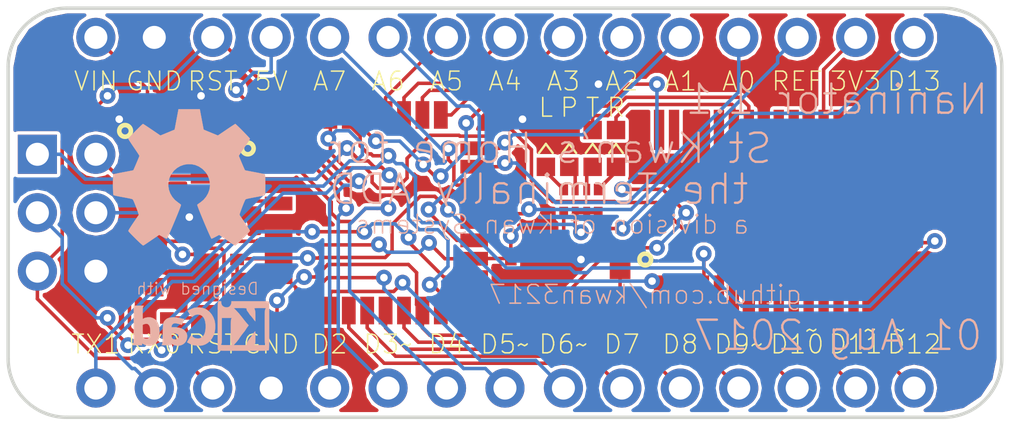
<source format=kicad_pcb>
(kicad_pcb (version 4) (host pcbnew 4.0.5+dfsg1-4)
  (layers (0 F.Cu signal) (31 B.Cu signal) (34 B.Paste user) (35 F.Paste user) (36 B.SilkS user) (37 F.SilkS user) (38 B.Mask user) (39 F.Mask user) (44 Edge.Cuts user))
  (net 0 "")
  (net 1 /RESET)
  (net 2 HT)
  (net 3 GND)
  (net 4 /AREF)
  (net 5 /VBUS)
  (net 6 /D12)
  (net 7 /D13)
  (net 8 /D11)
  (net 9 /D2)
  (net 10 /D3)
  (net 11 /D4)
  (net 12 /D5)
  (net 13 /D6)
  (net 14 /D7)
  (net 15 /D8)
  (net 16 /D9)
  (net 17 /D10)
  (net 18 +3V3)
  (net 19 /A0)
  (net 20 /A1)
  (net 21 /A2)
  (net 22 /A3)
  (net 23 /A4)
  (net 24 /A5)
  (net 25 /A6)
  (net 26 /A7)
  (net 27 /D-)
  (net 28 /D+)
  (net 29 /TX_LED+)
  (net 30 /TX_LED-)
  (net 31 /RX_LED+)
  (net 32 /RX_LED-)
  (net 33 /DTR)
  (net 34 /PWR_LED-)
  (net 35 /D13-)
  (net 36 +5V)
  (net 37 /ATmega/XTAL1)
  (net 38 /ATmega/XTAL2)
  (net 39 /D1/TX)
  (net 40 /D0/RX)
  (module Housings_SSOP:SSOP-28_5.3x10.2mm_Pitch0.65mm (layer F.Cu) (at 146.812 105.41 90)
    (fp_text reference U001 hide)
    (fp_text value FT232RL)
    (pad 1 smd rect (at -3.6 -4.225 90) (size 1.75 0.45) (layers F.Cu F.Paste F.Mask) (net 40 /D0/RX))
    (pad 2 smd rect (at -3.6 -3.575 90) (size 1.75 0.45) (layers F.Cu F.Paste F.Mask) (net 33 /DTR))
    (pad 3 smd rect (at -3.6 -2.925 90) (size 1.75 0.45) (layers F.Cu F.Paste F.Mask))
    (pad 4 smd rect (at -3.6 -2.275 90) (size 1.75 0.45) (layers F.Cu F.Paste F.Mask) (net 5 /VBUS))
    (pad 5 smd rect (at -3.6 -1.625 90) (size 1.75 0.45) (layers F.Cu F.Paste F.Mask) (net 39 /D1/TX))
    (pad 6 smd rect (at -3.6 -0.975 90) (size 1.75 0.45) (layers F.Cu F.Paste F.Mask))
    (pad 7 smd rect (at -3.6 -0.325 90) (size 1.75 0.45) (layers F.Cu F.Paste F.Mask) (net 3 GND))
    (pad 8 smd rect (at -3.6 0.325 90) (size 1.75 0.45) (layers F.Cu F.Paste F.Mask))
    (pad 9 smd rect (at -3.6 0.975 90) (size 1.75 0.45) (layers F.Cu F.Paste F.Mask))
    (pad 10 smd rect (at -3.6 1.625 90) (size 1.75 0.45) (layers F.Cu F.Paste F.Mask))
    (pad 11 smd rect (at -3.6 2.275 90) (size 1.75 0.45) (layers F.Cu F.Paste F.Mask))
    (pad 12 smd rect (at -3.6 2.925 90) (size 1.75 0.45) (layers F.Cu F.Paste F.Mask))
    (pad 13 smd rect (at -3.6 3.575 90) (size 1.75 0.45) (layers F.Cu F.Paste F.Mask))
    (pad 14 smd rect (at -3.6 4.225 90) (size 1.75 0.45) (layers F.Cu F.Paste F.Mask))
    (pad 15 smd rect (at 3.6 4.225 90) (size 1.75 0.45) (layers F.Cu F.Paste F.Mask) (net 28 /D+))
    (pad 16 smd rect (at 3.6 3.575 90) (size 1.75 0.45) (layers F.Cu F.Paste F.Mask) (net 27 /D-))
    (pad 17 smd rect (at 3.6 2.925 90) (size 1.75 0.45) (layers F.Cu F.Paste F.Mask) (net 18 +3V3))
    (pad 18 smd rect (at 3.6 2.275 90) (size 1.75 0.45) (layers F.Cu F.Paste F.Mask) (net 3 GND))
    (pad 19 smd rect (at 3.6 1.625 90) (size 1.75 0.45) (layers F.Cu F.Paste F.Mask))
    (pad 20 smd rect (at 3.6 0.975 90) (size 1.75 0.45) (layers F.Cu F.Paste F.Mask) (net 5 /VBUS))
    (pad 21 smd rect (at 3.6 0.325 90) (size 1.75 0.45) (layers F.Cu F.Paste F.Mask) (net 3 GND))
    (pad 22 smd rect (at 3.6 -0.325 90) (size 1.75 0.45) (layers F.Cu F.Paste F.Mask) (net 30 /TX_LED-))
    (pad 23 smd rect (at 3.6 -0.975 90) (size 1.75 0.45) (layers F.Cu F.Paste F.Mask) (net 32 /RX_LED-))
    (pad 24 smd rect (at 3.6 -1.625 90) (size 1.75 0.45) (layers F.Cu F.Paste F.Mask))
    (pad 25 smd rect (at 3.6 -2.275 90) (size 1.75 0.45) (layers F.Cu F.Paste F.Mask) (net 3 GND))
    (pad 26 smd rect (at 3.6 -2.925 90) (size 1.75 0.45) (layers F.Cu F.Paste F.Mask) (net 3 GND))
    (pad 27 smd rect (at 3.6 -3.575 90) (size 1.75 0.45) (layers F.Cu F.Paste F.Mask))
    (pad 28 smd rect (at 3.6 -4.225 90) (size 1.75 0.45) (layers F.Cu F.Paste F.Mask))
  )
  (module Housings_QFP:LQFP-32_7x7mm_Pitch0.8mm (layer F.Cu) (at 130.302 105.41)
    (fp_text reference U401 hide)
    (fp_text value ATMEGA328P-AU hide)
    (pad 1 smd rect (at -4.25 -2.8) (size 1.2 0.6) (layers F.Cu F.Paste F.Mask) (net 10 /D3))
    (pad 2 smd rect (at -4.25 -2) (size 1.2 0.6) (layers F.Cu F.Paste F.Mask) (net 11 /D4))
    (pad 3 smd rect (at -4.25 -1.2) (size 1.2 0.6) (layers F.Cu F.Paste F.Mask) (net 3 GND))
    (pad 4 smd rect (at -4.25 -0.4) (size 1.2 0.6) (layers F.Cu F.Paste F.Mask) (net 36 +5V))
    (pad 5 smd rect (at -4.25 0.4) (size 1.2 0.6) (layers F.Cu F.Paste F.Mask) (net 3 GND))
    (pad 6 smd rect (at -4.25 1.2) (size 1.2 0.6) (layers F.Cu F.Paste F.Mask) (net 36 +5V))
    (pad 7 smd rect (at -4.25 2) (size 1.2 0.6) (layers F.Cu F.Paste F.Mask) (net 37 /ATmega/XTAL1))
    (pad 8 smd rect (at -4.25 2.8) (size 1.2 0.6) (layers F.Cu F.Paste F.Mask) (net 38 /ATmega/XTAL2))
    (pad 9 smd rect (at -2.8 4.25 90) (size 1.2 0.6) (layers F.Cu F.Paste F.Mask) (net 12 /D5))
    (pad 10 smd rect (at -2 4.25 90) (size 1.2 0.6) (layers F.Cu F.Paste F.Mask) (net 13 /D6))
    (pad 11 smd rect (at -1.2 4.25 90) (size 1.2 0.6) (layers F.Cu F.Paste F.Mask) (net 14 /D7))
    (pad 12 smd rect (at -0.4 4.25 90) (size 1.2 0.6) (layers F.Cu F.Paste F.Mask) (net 15 /D8))
    (pad 13 smd rect (at 0.4 4.25 90) (size 1.2 0.6) (layers F.Cu F.Paste F.Mask) (net 16 /D9))
    (pad 14 smd rect (at 1.2 4.25 90) (size 1.2 0.6) (layers F.Cu F.Paste F.Mask) (net 17 /D10))
    (pad 15 smd rect (at 2 4.25 90) (size 1.2 0.6) (layers F.Cu F.Paste F.Mask) (net 8 /D11))
    (pad 16 smd rect (at 2.8 4.25 90) (size 1.2 0.6) (layers F.Cu F.Paste F.Mask) (net 6 /D12))
    (pad 17 smd rect (at 4.25 2.8) (size 1.2 0.6) (layers F.Cu F.Paste F.Mask) (net 7 /D13))
    (pad 18 smd rect (at 4.25 2) (size 1.2 0.6) (layers F.Cu F.Paste F.Mask) (net 36 +5V))
    (pad 19 smd rect (at 4.25 1.2) (size 1.2 0.6) (layers F.Cu F.Paste F.Mask) (net 25 /A6))
    (pad 20 smd rect (at 4.25 0.4) (size 1.2 0.6) (layers F.Cu F.Paste F.Mask) (net 4 /AREF))
    (pad 21 smd rect (at 4.25 -0.4) (size 1.2 0.6) (layers F.Cu F.Paste F.Mask) (net 3 GND))
    (pad 22 smd rect (at 4.25 -1.2) (size 1.2 0.6) (layers F.Cu F.Paste F.Mask) (net 26 /A7))
    (pad 23 smd rect (at 4.25 -2) (size 1.2 0.6) (layers F.Cu F.Paste F.Mask) (net 19 /A0))
    (pad 24 smd rect (at 4.25 -2.8) (size 1.2 0.6) (layers F.Cu F.Paste F.Mask) (net 20 /A1))
    (pad 25 smd rect (at 2.8 -4.25 90) (size 1.2 0.6) (layers F.Cu F.Paste F.Mask) (net 21 /A2))
    (pad 26 smd rect (at 2 -4.25 90) (size 1.2 0.6) (layers F.Cu F.Paste F.Mask) (net 22 /A3))
    (pad 27 smd rect (at 1.2 -4.25 90) (size 1.2 0.6) (layers F.Cu F.Paste F.Mask) (net 23 /A4))
    (pad 28 smd rect (at 0.4 -4.25 90) (size 1.2 0.6) (layers F.Cu F.Paste F.Mask) (net 24 /A5))
    (pad 29 smd rect (at -0.4 -4.25 90) (size 1.2 0.6) (layers F.Cu F.Paste F.Mask) (net 1 /RESET))
    (pad 30 smd rect (at -1.2 -4.25 90) (size 1.2 0.6) (layers F.Cu F.Paste F.Mask) (net 40 /D0/RX))
    (pad 31 smd rect (at -2 -4.25 90) (size 1.2 0.6) (layers F.Cu F.Paste F.Mask) (net 39 /D1/TX))
    (pad 32 smd rect (at -2.8 -4.25 90) (size 1.2 0.6) (layers F.Cu F.Paste F.Mask) (net 9 /D2))
  )
  (module TO_SOT_Packages_SMD:SOT-23-6 (layer F.Cu) (at 121.666 102.87)
    (fp_text reference U201 hide)
    (fp_text value "MAX8881 5V")
    (pad 1 smd rect (at -1.1 -0.95) (size 1.06 0.65) (layers F.Cu F.Paste F.Mask) (net 2 HT))
    (pad 2 smd rect (at -1.1 0) (size 1.06 0.65) (layers F.Cu F.Paste F.Mask) (net 3 GND))
    (pad 3 smd rect (at -1.1 0.95) (size 1.06 0.65) (layers F.Cu F.Paste F.Mask) (net 36 +5V))
    (pad 4 smd rect (at 1.1 0.95) (size 1.06 0.65) (layers F.Cu F.Paste F.Mask) (net 36 +5V))
    (pad 6 smd rect (at 1.1 -0.95) (size 1.06 0.65) (layers F.Cu F.Paste F.Mask))
    (pad 5 smd rect (at 1.1 0) (size 1.06 0.65) (layers F.Cu F.Paste F.Mask) (net 2 HT))
  )
  (module Connectors_Molex:USB_Micro-B_Molex_47346-0001 (layer F.Cu) (at 154.686 105.41 180)
    (fp_text reference J101 hide)
    (fp_text value USB_MICROB)
    (pad 1 smd rect (at 1.33 -1.3 180) (size 1.38 0.45) (layers F.Cu F.Paste F.Mask) (net 5 /VBUS))
    (pad 2 smd rect (at 1.33 -0.65 180) (size 1.38 0.45) (layers F.Cu F.Paste F.Mask) (net 27 /D-))
    (pad 3 smd rect (at 1.33 0 180) (size 1.38 0.45) (layers F.Cu F.Paste F.Mask) (net 28 /D+))
    (pad 4 smd rect (at 1.33 0.65 180) (size 1.38 0.45) (layers F.Cu F.Paste F.Mask))
    (pad 5 smd rect (at 1.33 1.3 180) (size 1.38 0.45) (layers F.Cu F.Paste F.Mask) (net 3 GND))
    (pad 6 smd rect (at 0.97 -2.4625 180) (size 2.1 1.475) (layers F.Cu F.Paste F.Mask) (net 3 GND))
    (pad 6 smd rect (at 0.97 2.4625 180) (size 2.1 1.475) (layers F.Cu F.Paste F.Mask) (net 3 GND))
    (pad 6 smd rect (at -1.33 -2.91 180) (size 1.9 2.375) (layers F.Cu F.Paste F.Mask) (net 3 GND))
    (pad 6 smd rect (at -1.33 2.91 180) (size 1.9 2.375) (layers F.Cu F.Paste F.Mask) (net 3 GND))
    (pad 6 smd rect (at -1.33 -0.84 180) (size 1.9 1.175) (layers F.Cu F.Paste F.Mask) (net 3 GND))
    (pad 6 smd rect (at -1.33 0.84 180) (size 1.9 1.175) (layers F.Cu F.Paste F.Mask) (net 3 GND))
  )
  (module Resistors_SMD:R_Array_Convex_4x0402 (layer F.Cu) (at 139.192 104.902 270)
    (fp_text reference R1 hide)
    (fp_text value 680)
    (pad 1 smd rect (at -0.5 -0.75 270) (size 0.5 0.381) (layers F.Cu F.Paste F.Mask) (net 31 /RX_LED+))
    (pad 3 smd rect (at -0.5 0.25 270) (size 0.5 0.3) (layers F.Cu F.Paste F.Mask) (net 34 /PWR_LED-))
    (pad 2 smd rect (at -0.5 -0.25 270) (size 0.5 0.3) (layers F.Cu F.Paste F.Mask) (net 29 /TX_LED+))
    (pad 4 smd rect (at -0.5 0.75 270) (size 0.5 0.381) (layers F.Cu F.Paste F.Mask) (net 35 /D13-))
    (pad 7 smd rect (at 0.5 -0.25 270) (size 0.5 0.3) (layers F.Cu F.Paste F.Mask) (net 36 +5V))
    (pad 8 smd rect (at 0.5 -0.75 270) (size 0.5 0.381) (layers F.Cu F.Paste F.Mask) (net 36 +5V))
    (pad 6 smd rect (at 0.5 0.25 270) (size 0.5 0.3) (layers F.Cu F.Paste F.Mask) (net 36 +5V))
    (pad 5 smd rect (at 0.5 0.75 270) (size 0.5 0.381) (layers F.Cu F.Paste F.Mask) (net 7 /D13))
  )
  (module KwanSystems:SW_SPST_B3U-1000P (layer F.Cu) (at 139.192 107.442 180)
    (fp_text reference S429 hide)
    (fp_text value SW_SPST hide)
    (pad 1 smd rect (at -1.7 0 180) (size 0.9 1.7) (layers F.Cu F.Paste F.Mask) (net 1 /RESET))
    (pad 2 smd rect (at 1.7 0 180) (size 0.9 1.7) (layers F.Cu F.Paste F.Mask) (net 3 GND))
  )
  (module Crystals:Crystal_SMD_2520-4pin_2.5x2.0mm (layer F.Cu) (at 123.698 109.22 180)
    (fp_text reference Y407 hide)
    (fp_text value 16MHz)
    (pad 1 smd rect (at -0.875 0.7 180) (size 1.15 1) (layers F.Cu F.Mask) (net 37 /ATmega/XTAL1))
    (pad 2 smd rect (at 0.875 0.7 180) (size 1.15 1) (layers F.Cu F.Mask) (net 3 GND))
    (pad 3 smd rect (at 0.875 -0.7 180) (size 1.15 1) (layers F.Cu F.Mask) (net 38 /ATmega/XTAL2))
    (pad 4 smd rect (at -0.875 -0.7 180) (size 1.15 1) (layers F.Cu F.Mask) (net 3 GND))
  )
  (module KwanSystems:MicroSMP (layer F.Cu) (at 120.65 107.696 270)
    (fp_text reference D003 hide)
    (fp_text value MSSP12L hide)
    (pad 2 smd rect (at 0.95 0 90) (size 0.8 0.8) (layers F.Cu F.Paste F.Mask) (net 5 /VBUS))
    (pad 1 smd rect (at -0.95 0 90) (size 2 1.1) (layers F.Cu F.Paste F.Mask) (net 36 +5V))
  )
  (module Pin_Headers:Pin_Header_Straight_1x15_Pitch2.54mm (layer B.Cu) (at 118.11 113.03 270)
    (fp_text reference J2 hide)
    (fp_text value CONN_01X15)
    (pad 1 thru_hole circle (at 0 0 270) (size 1.7 1.7) (drill 1) (layers *.Cu *.Mask) (net 39 /D1/TX))
    (pad 2 thru_hole oval (at 0 -2.54 270) (size 1.7 1.7) (drill 1) (layers *.Cu *.Mask) (net 40 /D0/RX))
    (pad 3 thru_hole oval (at 0 -5.08 270) (size 1.7 1.7) (drill 1) (layers *.Cu *.Mask) (net 1 /RESET))
    (pad 4 thru_hole oval (at 0 -7.62 270) (size 1.7 1.7) (drill 1) (layers *.Cu *.Mask) (net 3 GND))
    (pad 5 thru_hole oval (at 0 -10.16 270) (size 1.7 1.7) (drill 1) (layers *.Cu *.Mask) (net 9 /D2))
    (pad 6 thru_hole oval (at 0 -12.7 270) (size 1.7 1.7) (drill 1) (layers *.Cu *.Mask) (net 10 /D3))
    (pad 7 thru_hole oval (at 0 -15.24 270) (size 1.7 1.7) (drill 1) (layers *.Cu *.Mask) (net 11 /D4))
    (pad 8 thru_hole oval (at 0 -17.78 270) (size 1.7 1.7) (drill 1) (layers *.Cu *.Mask) (net 12 /D5))
    (pad 9 thru_hole oval (at 0 -20.32 270) (size 1.7 1.7) (drill 1) (layers *.Cu *.Mask) (net 13 /D6))
    (pad 10 thru_hole oval (at 0 -22.86 270) (size 1.7 1.7) (drill 1) (layers *.Cu *.Mask) (net 14 /D7))
    (pad 11 thru_hole oval (at 0 -25.4 270) (size 1.7 1.7) (drill 1) (layers *.Cu *.Mask) (net 15 /D8))
    (pad 12 thru_hole oval (at 0 -27.94 270) (size 1.7 1.7) (drill 1) (layers *.Cu *.Mask) (net 16 /D9))
    (pad 13 thru_hole oval (at 0 -30.48 270) (size 1.7 1.7) (drill 1) (layers *.Cu *.Mask) (net 17 /D10))
    (pad 14 thru_hole oval (at 0 -33.02 270) (size 1.7 1.7) (drill 1) (layers *.Cu *.Mask) (net 8 /D11))
    (pad 15 thru_hole oval (at 0 -35.56 270) (size 1.7 1.7) (drill 1) (layers *.Cu *.Mask) (net 6 /D12))
  )
  (module Pin_Headers:Pin_Header_Straight_2x03_Pitch2.54mm (layer F.Cu) (at 115.57 102.87)
    (fp_text reference J1 hide)
    (fp_text value CONN_02X03)
    (pad 1 thru_hole rect (at 0 0) (size 1.7 1.7) (drill 1) (layers *.Cu *.Mask) (net 6 /D12))
    (pad 2 thru_hole oval (at 2.54 0) (size 1.7 1.7) (drill 1) (layers *.Cu *.Mask) (net 36 +5V))
    (pad 3 thru_hole oval (at 0 2.54) (size 1.7 1.7) (drill 1) (layers *.Cu *.Mask) (net 7 /D13))
    (pad 4 thru_hole oval (at 2.54 2.54) (size 1.7 1.7) (drill 1) (layers *.Cu *.Mask) (net 8 /D11))
    (pad 5 thru_hole oval (at 0 5.08) (size 1.7 1.7) (drill 1) (layers *.Cu *.Mask) (net 1 /RESET))
    (pad 6 thru_hole oval (at 2.54 5.08) (size 1.7 1.7) (drill 1) (layers *.Cu *.Mask) (net 3 GND))
  )
  (module Pin_Headers:Pin_Header_Straight_1x15_Pitch2.54mm (layer B.Cu) (at 153.67 97.79 90)
    (fp_text reference J3 hide)
    (fp_text value CONN_01X15)
    (pad 1 thru_hole circle (at 0 0 90) (size 1.7 1.7) (drill 1) (layers *.Cu *.Mask) (net 7 /D13))
    (pad 2 thru_hole oval (at 0 -2.54 90) (size 1.7 1.7) (drill 1) (layers *.Cu *.Mask) (net 18 +3V3))
    (pad 3 thru_hole oval (at 0 -5.08 90) (size 1.7 1.7) (drill 1) (layers *.Cu *.Mask) (net 4 /AREF))
    (pad 4 thru_hole oval (at 0 -7.62 90) (size 1.7 1.7) (drill 1) (layers *.Cu *.Mask) (net 19 /A0))
    (pad 5 thru_hole oval (at 0 -10.16 90) (size 1.7 1.7) (drill 1) (layers *.Cu *.Mask) (net 20 /A1))
    (pad 6 thru_hole oval (at 0 -12.7 90) (size 1.7 1.7) (drill 1) (layers *.Cu *.Mask) (net 21 /A2))
    (pad 7 thru_hole oval (at 0 -15.24 90) (size 1.7 1.7) (drill 1) (layers *.Cu *.Mask) (net 22 /A3))
    (pad 8 thru_hole oval (at 0 -17.78 90) (size 1.7 1.7) (drill 1) (layers *.Cu *.Mask) (net 23 /A4))
    (pad 9 thru_hole oval (at 0 -20.32 90) (size 1.7 1.7) (drill 1) (layers *.Cu *.Mask) (net 24 /A5))
    (pad 10 thru_hole oval (at 0 -22.86 90) (size 1.7 1.7) (drill 1) (layers *.Cu *.Mask) (net 25 /A6))
    (pad 11 thru_hole oval (at 0 -25.4 90) (size 1.7 1.7) (drill 1) (layers *.Cu *.Mask) (net 26 /A7))
    (pad 12 thru_hole oval (at 0 -27.94 90) (size 1.7 1.7) (drill 1) (layers *.Cu *.Mask) (net 36 +5V))
    (pad 13 thru_hole oval (at 0 -30.48 90) (size 1.7 1.7) (drill 1) (layers *.Cu *.Mask) (net 1 /RESET))
    (pad 14 thru_hole oval (at 0 -33.02 90) (size 1.7 1.7) (drill 1) (layers *.Cu *.Mask) (net 3 GND))
    (pad 15 thru_hole oval (at 0 -35.56 90) (size 1.7 1.7) (drill 1) (layers *.Cu *.Mask) (net 2 HT))
  )
  (module Capacitors_SMD:C_0402_NoSilk (layer F.Cu) (at 140.716 109.728 180)
    (fp_text reference C102 hide)
    (fp_text value 100nF)
    (pad 1 smd rect (at -0.55 0 180) (size 0.6 0.5) (layers F.Cu F.Paste F.Mask) (net 33 /DTR))
    (pad 2 smd rect (at 0.55 0 180) (size 0.6 0.5) (layers F.Cu F.Paste F.Mask) (net 1 /RESET))
  )
  (module Capacitors_SMD:C_0402_NoSilk (layer F.Cu) (at 120.904 100.584)
    (fp_text reference C201 hide)
    (fp_text value 1uF)
    (pad 1 smd rect (at -0.55 0) (size 0.6 0.5) (layers F.Cu F.Paste F.Mask) (net 2 HT))
    (pad 2 smd rect (at 0.55 0) (size 0.6 0.5) (layers F.Cu F.Paste F.Mask) (net 3 GND))
  )
  (module Capacitors_SMD:C_0402_NoSilk (layer F.Cu) (at 120.904 104.902)
    (fp_text reference C203 hide)
    (fp_text value 4.7uF)
    (pad 1 smd rect (at -0.55 0) (size 0.6 0.5) (layers F.Cu F.Paste F.Mask) (net 36 +5V))
    (pad 2 smd rect (at 0.55 0) (size 0.6 0.5) (layers F.Cu F.Paste F.Mask) (net 3 GND))
  )
  (module Symbols:OSHW-Symbol_6.7x6mm_SilkScreen (layer B.Cu) (at 122.174 103.886 180)
    (fp_text reference REF*** hide)
    (fp_text value OSHW-Symbol_6.7x6mm_SilkScreen hide)
  )
  (module KwanSystems:SMD_0402 (layer F.Cu) (at 123.698 104.902 180)
    (fp_text reference C404)
    (fp_text value 100nF)
    (pad 2 smd rect (at 0.55 0 180) (size 0.6 0.5) (layers F.Cu F.Paste F.Mask) (net 3 GND))
    (pad 1 smd rect (at -0.55 0 180) (size 0.6 0.5) (layers F.Cu F.Paste F.Mask) (net 36 +5V))
  )
  (module KwanSystems:SMD_0402 (layer F.Cu) (at 123.698 106.172 180)
    (fp_text reference C406)
    (fp_text value 100nF)
    (pad 2 smd rect (at 0.55 0 180) (size 0.6 0.5) (layers F.Cu F.Paste F.Mask) (net 3 GND))
    (pad 1 smd rect (at -0.55 0 180) (size 0.6 0.5) (layers F.Cu F.Paste F.Mask) (net 36 +5V))
  )
  (module KwanSystems:SMD_0402 (layer F.Cu) (at 123.698 107.442)
    (fp_text reference C407)
    (fp_text value 22pF)
    (pad 2 smd rect (at 0.55 0) (size 0.6 0.5) (layers F.Cu F.Paste F.Mask) (net 37 /ATmega/XTAL1))
    (pad 1 smd rect (at -0.55 0) (size 0.6 0.5) (layers F.Cu F.Paste F.Mask) (net 3 GND))
  )
  (module KwanSystems:SMD_0402 (layer F.Cu) (at 120.65 109.982)
    (fp_text reference C408)
    (fp_text value 22pF)
    (pad 2 smd rect (at 0.55 0) (size 0.6 0.5) (layers F.Cu F.Paste F.Mask) (net 38 /ATmega/XTAL2))
    (pad 1 smd rect (at -0.55 0) (size 0.6 0.5) (layers F.Cu F.Paste F.Mask) (net 3 GND))
  )
  (module KwanSystems:SMD_0402 (layer F.Cu) (at 136.144 107.95 270)
    (fp_text reference C418)
    (fp_text value 100nF)
    (pad 2 smd rect (at 0.55 0 270) (size 0.6 0.5) (layers F.Cu F.Paste F.Mask) (net 3 GND))
    (pad 1 smd rect (at -0.55 0 270) (size 0.6 0.5) (layers F.Cu F.Paste F.Mask) (net 36 +5V))
  )
  (module KwanSystems:SMD_0402 (layer F.Cu) (at 136.144 104.902 90)
    (fp_text reference C420)
    (fp_text value 100nF)
    (pad 2 smd rect (at 0.55 0 90) (size 0.6 0.5) (layers F.Cu F.Paste F.Mask) (net 3 GND))
    (pad 1 smd rect (at -0.55 0 90) (size 0.6 0.5) (layers F.Cu F.Paste F.Mask) (net 4 /AREF))
  )
  (module KwanSystems:SMD_0402 (layer F.Cu) (at 125.73 101.092)
    (fp_text reference R429)
    (fp_text value 10k)
    (pad 2 smd rect (at 0.55 0) (size 0.6 0.5) (layers F.Cu F.Paste F.Mask) (net 1 /RESET))
    (pad 1 smd rect (at -0.55 0) (size 0.6 0.5) (layers F.Cu F.Paste F.Mask) (net 36 +5V))
  )
  (module KwanSystems:KWAN_CIRCLE_soldermask (layer B.Cu) (at 150.114 105.41 180)
    (fp_text reference G*** hide)
    (fp_text value LOGO hide)
  )
  (module KwanSystems:Symbol_KiCAD-Logo_CopperAndSilkScreenTop_small (layer B.Cu) (at 122.682 110.236 180)
    (fp_text reference REF** hide)
    (fp_text value "KiCAD Logo" hide)
  )
  (module KwanSystems:D_0603 (layer F.Cu) (at 139.7 102.616 270)
    (fp_text reference D022)
    (fp_text value BLUE)
    (pad 2 smd rect (at 0.8 0 90) (size 0.8 0.8) (layers F.Cu F.Paste F.Mask) (net 29 /TX_LED+))
    (pad 1 smd rect (at -0.8 0 90) (size 0.8 0.8) (layers F.Cu F.Paste F.Mask) (net 30 /TX_LED-))
  )
  (module KwanSystems:D_0603 (layer F.Cu) (at 140.716 102.616 270)
    (fp_text reference D023)
    (fp_text value RED)
    (pad 2 smd rect (at 0.8 0 90) (size 0.8 0.8) (layers F.Cu F.Paste F.Mask) (net 31 /RX_LED+))
    (pad 1 smd rect (at -0.8 0 90) (size 0.8 0.8) (layers F.Cu F.Paste F.Mask) (net 32 /RX_LED-))
  )
  (module KwanSystems:D_0603 (layer F.Cu) (at 138.684 102.616 270)
    (fp_text reference D401)
    (fp_text value GREEN)
    (pad 2 smd rect (at 0.8 0 90) (size 0.8 0.8) (layers F.Cu F.Paste F.Mask) (net 34 /PWR_LED-))
    (pad 1 smd rect (at -0.8 0 90) (size 0.8 0.8) (layers F.Cu F.Paste F.Mask) (net 3 GND))
  )
  (module KwanSystems:D_0603 (layer F.Cu) (at 137.668 102.616 270)
    (fp_text reference D402)
    (fp_text value YELLOW)
    (pad 2 smd rect (at 0.8 0 90) (size 0.8 0.8) (layers F.Cu F.Paste F.Mask) (net 35 /D13-))
    (pad 1 smd rect (at -0.8 0 90) (size 0.8 0.8) (layers F.Cu F.Paste F.Mask) (net 3 GND))
  )
  (gr_circle (center 141.986 107.442) (end 142.24 107.442) (layer F.SilkS) (width 0.2))
  (gr_circle (center 124.714 102.616) (end 124.968 102.616) (layer F.SilkS) (width 0.2))
  (gr_circle (center 119.38 101.854) (end 119.634 101.854) (layer F.SilkS) (width 0.2))
  (gr_text "Designed with" (at 125.222 108.712) (layer B.SilkS) (effects (font (size 0.508 0.508) (thickness 0.0508)) (justify left mirror)))
  (gr_text R (at 140.716 100.838) (layer F.SilkS) (effects (font (size 0.8128 0.8128) (thickness 0.065024))))
  (gr_text T (at 139.7 100.838) (layer F.SilkS) (effects (font (size 0.8128 0.8128) (thickness 0.065024))))
  (gr_text P (at 138.684 100.838) (layer F.SilkS) (effects (font (size 0.8128 0.8128) (thickness 0.065024))))
  (gr_text L (at 137.668 100.838) (layer F.SilkS) (effects (font (size 0.8128 0.8128) (thickness 0.065024))))
  (gr_text github.com/kwan3217 (at 148.844 108.966) (layer B.SilkS) (effects (font (size 0.8128 0.8128) (thickness 0.065024)) (justify left mirror)))
  (gr_text "a division of Kwan Systems" (at 146.558 105.918) (layer B.SilkS) (effects (font (size 0.8128 0.8128) (thickness 0.065024)) (justify left mirror)))
  (gr_text "the Terminally ADD" (at 146.558 104.394) (layer B.SilkS) (effects (font (size 1.27 1.27) (thickness 0.1016)) (justify left mirror)))
  (gr_text "St Kwan's Home for" (at 147.574 102.616) (layer B.SilkS) (effects (font (size 1.27 1.27) (thickness 0.1016)) (justify left mirror)))
  (gr_text "01 Aug 2017" (at 156.718 110.744) (layer B.SilkS) (effects (font (size 1.27 1.27) (thickness 0.1016)) (justify left mirror)))
  (gr_text "Naninator 1.1" (at 156.972 100.4824) (layer B.SilkS) (effects (font (size 1.27 1.27) (thickness 0.1016)) (justify left mirror)))
  (gr_text TX1 (at 118.11 111.125) (layer F.SilkS) (effects (font (size 0.8128 0.8128) (thickness 0.065024))))
  (gr_text RX0 (at 120.65 111.125) (layer F.SilkS) (effects (font (size 0.8128 0.8128) (thickness 0.065024))))
  (gr_text RST (at 123.19 111.125) (layer F.SilkS) (effects (font (size 0.8128 0.8128) (thickness 0.065024))))
  (gr_text GND (at 125.73 111.125) (layer F.SilkS) (effects (font (size 0.8128 0.8128) (thickness 0.065024))))
  (gr_text D2 (at 128.27 111.125) (layer F.SilkS) (effects (font (size 0.8128 0.8128) (thickness 0.065024))))
  (gr_text ~~ (at 151.765 110.49) (layer F.SilkS) (effects (font (size 0.8128 0.8128) (thickness 0.065024))))
  (gr_text ~~ (at 149.225 110.49) (layer F.SilkS) (effects (font (size 0.8128 0.8128) (thickness 0.065024))))
  (gr_text ~ (at 153.035 110.49) (layer F.SilkS) (effects (font (size 0.8128 0.8128) (thickness 0.065024))))
  (gr_text ~ (at 151.765 110.49) (layer F.SilkS) (effects (font (size 0.8128 0.8128) (thickness 0.065024))))
  (gr_text D3~~ (at 130.81 111.125) (layer F.SilkS) (effects (font (size 0.8128 0.8128) (thickness 0.065024))))
  (gr_text D4 (at 133.35 111.125) (layer F.SilkS) (effects (font (size 0.8128 0.8128) (thickness 0.065024))))
  (gr_text D5~~ (at 135.89 111.125) (layer F.SilkS) (effects (font (size 0.8128 0.8128) (thickness 0.065024))))
  (gr_text D6~~ (at 138.43 111.125) (layer F.SilkS) (effects (font (size 0.8128 0.8128) (thickness 0.065024))))
  (gr_text D7 (at 140.97 111.125) (layer F.SilkS) (effects (font (size 0.8128 0.8128) (thickness 0.065024))))
  (gr_text D8 (at 143.51 111.125) (layer F.SilkS) (effects (font (size 0.8128 0.8128) (thickness 0.065024))))
  (gr_text D9~~ (at 146.05 111.125) (layer F.SilkS) (effects (font (size 0.8128 0.8128) (thickness 0.065024))))
  (gr_text D10 (at 148.59 111.125) (layer F.SilkS) (effects (font (size 0.8128 0.8128) (thickness 0.065024))))
  (gr_text D11 (at 151.13 111.125) (layer F.SilkS) (effects (font (size 0.8128 0.8128) (thickness 0.065024))))
  (gr_text D12 (at 153.67 111.125) (layer F.SilkS) (effects (font (size 0.8128 0.8128) (thickness 0.065024))))
  (gr_text D13 (at 153.67 99.695) (layer F.SilkS) (effects (font (size 0.8128 0.8128) (thickness 0.065024))))
  (gr_text 3V3 (at 151.13 99.695) (layer F.SilkS) (effects (font (size 0.8128 0.8128) (thickness 0.065024))))
  (gr_text REF (at 148.59 99.695) (layer F.SilkS) (effects (font (size 0.8128 0.8128) (thickness 0.065024))))
  (gr_text A0 (at 146.05 99.695) (layer F.SilkS) (effects (font (size 0.8128 0.8128) (thickness 0.065024))))
  (gr_text A1 (at 143.51 99.695) (layer F.SilkS) (effects (font (size 0.8128 0.8128) (thickness 0.065024))))
  (gr_text A2 (at 140.97 99.695) (layer F.SilkS) (effects (font (size 0.8128 0.8128) (thickness 0.065024))))
  (gr_text A3 (at 138.43 99.695) (layer F.SilkS) (effects (font (size 0.8128 0.8128) (thickness 0.065024))))
  (gr_text A4 (at 135.89 99.695) (layer F.SilkS) (effects (font (size 0.8128 0.8128) (thickness 0.065024))))
  (gr_text A5 (at 133.35 99.695) (layer F.SilkS) (effects (font (size 0.8128 0.8128) (thickness 0.065024))))
  (gr_text A6 (at 130.81 99.695) (layer F.SilkS) (effects (font (size 0.8128 0.8128) (thickness 0.065024))))
  (gr_text A7 (at 128.27 99.695) (layer F.SilkS) (effects (font (size 0.8128 0.8128) (thickness 0.065024))))
  (gr_text 5V (at 125.73 99.695) (layer F.SilkS) (effects (font (size 0.8128 0.8128) (thickness 0.065024))))
  (gr_text RST (at 123.19 99.695) (layer F.SilkS) (effects (font (size 0.8128 0.8128) (thickness 0.065024))))
  (gr_text GND (at 120.65 99.695) (layer F.SilkS) (effects (font (size 0.8128 0.8128) (thickness 0.065024))))
  (gr_text VIN (at 118.11 99.695) (layer F.SilkS) (effects (font (size 0.8128 0.8128) (thickness 0.065024))))
  (gr_arc (start 154.94 99.06) (end 154.94 96.52) (angle 90) (layer Edge.Cuts) (width 0.15))
  (gr_arc (start 154.94 111.76) (end 157.48 111.76) (angle 90) (layer Edge.Cuts) (width 0.15))
  (gr_arc (start 116.84 111.76) (end 116.84 114.3) (angle 90) (layer Edge.Cuts) (width 0.15))
  (gr_arc (start 116.84 99.06) (end 114.3 99.06) (angle 90) (layer Edge.Cuts) (width 0.15))
  (gr_line (start 154.94 96.52) (end 116.84 96.52) (angle 90) (layer Edge.Cuts) (width 0.15))
  (gr_line (start 157.48 111.76) (end 157.48 99.06) (angle 90) (layer Edge.Cuts) (width 0.15))
  (gr_line (start 116.84 114.3) (end 154.94 114.3) (angle 90) (layer Edge.Cuts) (width 0.15))
  (gr_line (start 114.3 99.06) (end 114.3 111.76) (angle 90) (layer Edge.Cuts) (width 0.15))
  (segment (start 126.28 101.092) (end 126.28 100.6896) (width 0.1524) (layer F.Cu) (net 1))
  (segment (start 126.28 100.6896) (end 123.3804 97.79) (width 0.1524) (layer F.Cu) (net 1))
  (segment (start 123.3804 97.79) (end 123.19 97.79) (width 0.1524) (layer F.Cu) (net 1))
  (segment (start 126.28 101.092) (end 126.33 101.092) (width 0.1524) (layer F.Cu) (net 1))
  (segment (start 126.33 101.092) (end 127.090601 100.331399) (width 0.1524) (layer F.Cu) (net 1))
  (segment (start 127.090601 100.331399) (end 129.825799 100.331399) (width 0.1524) (layer F.Cu) (net 1))
  (segment (start 134.545004 101.166998) (end 134.202105 101.509897) (width 0.1524) (layer F.Cu) (net 1))
  (segment (start 140.342969 100.774498) (end 134.937504 100.774498) (width 0.1524) (layer F.Cu) (net 1))
  (segment (start 141.295467 99.822) (end 140.342969 100.774498) (width 0.1524) (layer F.Cu) (net 1))
  (segment (start 134.202105 101.99483) (end 134.202105 101.509897) (width 0.1524) (layer B.Cu) (net 1))
  (segment (start 134.202105 102.717972) (end 134.202105 101.99483) (width 0.1524) (layer B.Cu) (net 1))
  (segment (start 133.097587 103.82249) (end 134.202105 102.717972) (width 0.1524) (layer B.Cu) (net 1))
  (segment (start 134.937504 100.774498) (end 134.545004 101.166998) (width 0.1524) (layer F.Cu) (net 1))
  (segment (start 142.494 99.822) (end 141.295467 99.822) (width 0.1524) (layer F.Cu) (net 1))
  (via (at 134.202105 101.509897) (size 0.6858) (drill 0.3302) (layers F.Cu B.Cu) (net 1))
  (segment (start 118.155017 111.737098) (end 115.57 109.152081) (width 0.1524) (layer F.Cu) (net 1))
  (segment (start 120.481728 111.737098) (end 118.155017 111.737098) (width 0.1524) (layer F.Cu) (net 1))
  (segment (start 115.57 109.152081) (end 115.57 107.95) (width 0.1524) (layer F.Cu) (net 1))
  (segment (start 120.696069 111.951439) (end 120.481728 111.737098) (width 0.1524) (layer F.Cu) (net 1))
  (segment (start 122.111439 111.951439) (end 120.696069 111.951439) (width 0.1524) (layer F.Cu) (net 1))
  (segment (start 123.19 113.03) (end 122.111439 111.951439) (width 0.1524) (layer F.Cu) (net 1))
  (segment (start 132.843772 103.82249) (end 133.097587 103.82249) (width 0.1524) (layer F.Cu) (net 1))
  (via (at 133.097587 103.82249) (size 0.6858) (drill 0.3302) (layers F.Cu B.Cu) (net 1))
  (segment (start 132.335774 103.314492) (end 132.843772 103.82249) (width 0.1524) (layer F.Cu) (net 1))
  (segment (start 131.318334 102.297052) (end 131.992875 102.971593) (width 0.1524) (layer B.Cu) (net 1))
  (segment (start 130.279641 102.297052) (end 131.318334 102.297052) (width 0.1524) (layer B.Cu) (net 1))
  (via (at 132.335774 103.314492) (size 0.6858) (drill 0.3302) (layers F.Cu B.Cu) (net 1))
  (segment (start 131.992875 102.971593) (end 132.335774 103.314492) (width 0.1524) (layer B.Cu) (net 1))
  (segment (start 129.936742 101.954153) (end 130.279641 102.297052) (width 0.1524) (layer F.Cu) (net 1))
  (segment (start 129.902 101.16) (end 129.902 101.919411) (width 0.1524) (layer F.Cu) (net 1))
  (via (at 130.279641 102.297052) (size 0.6858) (drill 0.3302) (layers F.Cu B.Cu) (net 1))
  (segment (start 129.902 101.919411) (end 129.936742 101.954153) (width 0.1524) (layer F.Cu) (net 1))
  (segment (start 142.494 106.934) (end 141.4 106.934) (width 0.1524) (layer F.Cu) (net 1))
  (segment (start 141.4 106.934) (end 140.892 107.442) (width 0.1524) (layer F.Cu) (net 1))
  (segment (start 143.421101 105.067101) (end 143.764 105.41) (width 0.1524) (layer F.Cu) (net 1))
  (segment (start 140.97 104.394) (end 142.748 104.394) (width 0.1524) (layer F.Cu) (net 1))
  (segment (start 142.748 104.394) (end 143.421101 105.067101) (width 0.1524) (layer F.Cu) (net 1))
  (via (at 142.494 106.934) (size 0.6858) (drill 0.3302) (layers F.Cu B.Cu) (net 1))
  (segment (start 143.421101 105.752899) (end 143.421101 106.006899) (width 0.1524) (layer B.Cu) (net 1))
  (segment (start 143.764 105.41) (end 143.421101 105.752899) (width 0.1524) (layer B.Cu) (net 1))
  (segment (start 143.421101 106.006899) (end 142.494 106.934) (width 0.1524) (layer B.Cu) (net 1))
  (via (at 143.764 105.41) (size 0.6858) (drill 0.3302) (layers F.Cu B.Cu) (net 1))
  (via (at 140.97 104.394) (size 0.6858) (drill 0.3302) (layers F.Cu B.Cu) (net 1))
  (segment (start 142.494 99.822) (end 142.494 102.87) (width 0.1524) (layer B.Cu) (net 1))
  (segment (start 142.494 102.87) (end 140.97 104.394) (width 0.1524) (layer B.Cu) (net 1))
  (via (at 142.494 99.822) (size 0.6858) (drill 0.3302) (layers F.Cu B.Cu) (net 1))
  (segment (start 118.618 100.33) (end 118.960899 99.987101) (width 0.1524) (layer B.Cu) (net 1))
  (segment (start 118.960899 99.987101) (end 120.992899 99.987101) (width 0.1524) (layer B.Cu) (net 1))
  (segment (start 120.992899 99.987101) (end 122.340001 98.639999) (width 0.1524) (layer B.Cu) (net 1))
  (segment (start 122.340001 98.639999) (end 123.19 97.79) (width 0.1524) (layer B.Cu) (net 1))
  (segment (start 115.57 107.95) (end 116.648601 106.871399) (width 0.1524) (layer F.Cu) (net 1))
  (segment (start 116.648601 106.871399) (end 116.648601 102.299399) (width 0.1524) (layer F.Cu) (net 1))
  (segment (start 116.648601 102.299399) (end 118.618 100.33) (width 0.1524) (layer F.Cu) (net 1))
  (via (at 118.618 100.33) (size 0.6858) (drill 0.3302) (layers F.Cu B.Cu) (net 1))
  (segment (start 140.892 107.442) (end 140.892 109.052) (width 0.1524) (layer F.Cu) (net 1))
  (segment (start 140.892 109.052) (end 140.216 109.728) (width 0.1524) (layer F.Cu) (net 1))
  (segment (start 140.216 109.728) (end 140.166 109.728) (width 0.1524) (layer F.Cu) (net 1))
  (segment (start 129.902 101.16) (end 129.902 100.4076) (width 0.1524) (layer F.Cu) (net 1))
  (segment (start 129.902 100.4076) (end 129.825799 100.331399) (width 0.1524) (layer F.Cu) (net 1))
  (segment (start 123.3304 97.79) (end 123.19 97.79) (width 0.1524) (layer F.Cu) (net 1))
  (segment (start 118.11 97.79) (end 120.354 100.034) (width 0.1524) (layer F.Cu) (net 2))
  (segment (start 120.354 100.034) (end 120.354 100.584) (width 0.1524) (layer F.Cu) (net 2))
  (segment (start 121.666 102.3376) (end 121.666 102.4524) (width 0.1524) (layer F.Cu) (net 2))
  (segment (start 121.666 102.4524) (end 122.0836 102.87) (width 0.1524) (layer F.Cu) (net 2))
  (segment (start 122.0836 102.87) (end 122.766 102.87) (width 0.1524) (layer F.Cu) (net 2))
  (segment (start 120.566 101.92) (end 121.2484 101.92) (width 0.1524) (layer F.Cu) (net 2))
  (segment (start 121.2484 101.92) (end 121.666 102.3376) (width 0.1524) (layer F.Cu) (net 2))
  (segment (start 120.354 100.584) (end 120.354 101.708) (width 0.1524) (layer F.Cu) (net 2))
  (segment (start 120.354 101.708) (end 120.566 101.92) (width 0.1524) (layer F.Cu) (net 2))
  (segment (start 137.492 107.442) (end 139.192 107.442) (width 0.1524) (layer F.Cu) (net 3))
  (via (at 139.192 107.442) (size 0.6858) (drill 0.3302) (layers F.Cu B.Cu) (net 3))
  (segment (start 131.826 104.394) (end 133.424518 104.394) (width 0.1524) (layer F.Cu) (net 3))
  (segment (start 133.424518 104.394) (end 134.040518 105.01) (width 0.1524) (layer F.Cu) (net 3))
  (segment (start 134.040518 105.01) (end 134.552 105.01) (width 0.1524) (layer F.Cu) (net 3))
  (segment (start 131.572 104.648) (end 131.826 104.394) (width 0.1524) (layer F.Cu) (net 3))
  (segment (start 129.273466 104.648) (end 131.572 104.648) (width 0.1524) (layer F.Cu) (net 3))
  (segment (start 126.8044 105.81) (end 127.788867 104.825533) (width 0.1524) (layer F.Cu) (net 3))
  (segment (start 126.052 105.81) (end 126.8044 105.81) (width 0.1524) (layer F.Cu) (net 3))
  (segment (start 126.880601 102.255135) (end 129.273466 104.648) (width 0.1524) (layer F.Cu) (net 3))
  (segment (start 126.880601 102.127119) (end 126.880601 102.255135) (width 0.1524) (layer F.Cu) (net 3))
  (segment (start 125.223399 103.892881) (end 125.223399 102.127119) (width 0.1524) (layer F.Cu) (net 3))
  (segment (start 125.223399 102.127119) (end 125.269119 102.081399) (width 0.1524) (layer F.Cu) (net 3))
  (segment (start 126.834881 102.081399) (end 126.880601 102.127119) (width 0.1524) (layer F.Cu) (net 3))
  (segment (start 127.788867 104.825533) (end 126.901935 103.938601) (width 0.1524) (layer F.Cu) (net 3))
  (segment (start 126.901935 103.938601) (end 125.269119 103.938601) (width 0.1524) (layer F.Cu) (net 3))
  (segment (start 125.269119 103.938601) (end 125.223399 103.892881) (width 0.1524) (layer F.Cu) (net 3))
  (segment (start 125.269119 102.081399) (end 126.834881 102.081399) (width 0.1524) (layer F.Cu) (net 3))
  (segment (start 126.880601 105.733799) (end 126.8044 105.81) (width 0.1524) (layer F.Cu) (net 3))
  (segment (start 126.880601 105.733799) (end 126.880601 104.286201) (width 0.1524) (layer F.Cu) (net 3))
  (segment (start 126.880601 104.286201) (end 126.8044 104.21) (width 0.1524) (layer F.Cu) (net 3))
  (segment (start 126.8044 104.21) (end 126.052 104.21) (width 0.1524) (layer F.Cu) (net 3))
  (segment (start 122.447278 107.496433) (end 122.150098 107.793613) (width 0.1524) (layer B.Cu) (net 3))
  (segment (start 122.447278 105.683278) (end 122.447278 107.496433) (width 0.1524) (layer B.Cu) (net 3))
  (segment (start 122.174 105.41) (end 122.447278 105.683278) (width 0.1524) (layer B.Cu) (net 3))
  (segment (start 119.468468 107.793613) (end 119.312081 107.95) (width 0.1524) (layer B.Cu) (net 3))
  (segment (start 119.312081 107.95) (end 118.11 107.95) (width 0.1524) (layer B.Cu) (net 3))
  (segment (start 122.150098 107.793613) (end 119.468468 107.793613) (width 0.1524) (layer B.Cu) (net 3))
  (via (at 122.172226 105.600492) (size 0.6858) (drill 0.3302) (layers F.Cu B.Cu) (net 3))
  (segment (start 123.148 104.902) (end 122.682 104.902) (width 0.1524) (layer F.Cu) (net 3))
  (segment (start 122.682 104.902) (end 122.174 105.41) (width 0.1524) (layer F.Cu) (net 3))
  (segment (start 119.126 101.346) (end 119.126 102.1124) (width 0.1524) (layer F.Cu) (net 3))
  (segment (start 119.126 102.1124) (end 119.8836 102.87) (width 0.1524) (layer F.Cu) (net 3))
  (segment (start 119.8836 102.87) (end 120.566 102.87) (width 0.1524) (layer F.Cu) (net 3))
  (segment (start 122.682 100.33) (end 121.666 101.346) (width 0.1524) (layer B.Cu) (net 3))
  (segment (start 121.666 101.346) (end 119.126 101.346) (width 0.1524) (layer B.Cu) (net 3))
  (via (at 119.126 101.346) (size 0.6858) (drill 0.3302) (layers F.Cu B.Cu) (net 3))
  (segment (start 121.454 100.584) (end 122.428 100.584) (width 0.1524) (layer F.Cu) (net 3))
  (segment (start 122.428 100.584) (end 122.682 100.33) (width 0.1524) (layer F.Cu) (net 3))
  (via (at 122.682 100.33) (size 0.6858) (drill 0.3302) (layers F.Cu B.Cu) (net 3))
  (segment (start 146.240499 99.250499) (end 147.137 100.147) (width 0.1524) (layer F.Cu) (net 3))
  (segment (start 147.137 100.147) (end 147.137 101.81) (width 0.1524) (layer F.Cu) (net 3))
  (segment (start 139.954 99.822) (end 140.296899 99.479101) (width 0.1524) (layer F.Cu) (net 3))
  (segment (start 140.296899 99.479101) (end 141.991077 99.479101) (width 0.1524) (layer F.Cu) (net 3))
  (segment (start 141.991077 99.479101) (end 142.219679 99.250499) (width 0.1524) (layer F.Cu) (net 3))
  (segment (start 142.219679 99.250499) (end 146.240499 99.250499) (width 0.1524) (layer F.Cu) (net 3))
  (segment (start 136.652 101.346) (end 138.176 99.822) (width 0.1524) (layer B.Cu) (net 3))
  (segment (start 138.176 99.822) (end 139.954 99.822) (width 0.1524) (layer B.Cu) (net 3))
  (via (at 139.954 99.822) (size 0.6858) (drill 0.3302) (layers F.Cu B.Cu) (net 3))
  (segment (start 137.668 101.816) (end 137.122 101.816) (width 0.1524) (layer F.Cu) (net 3))
  (via (at 136.652 101.346) (size 0.6858) (drill 0.3302) (layers F.Cu B.Cu) (net 3))
  (segment (start 137.122 101.816) (end 136.652 101.346) (width 0.1524) (layer F.Cu) (net 3))
  (segment (start 136.144 105.452) (end 136.737 105.452) (width 0.1524) (layer F.Cu) (net 4))
  (segment (start 136.737 105.452) (end 136.9314 105.2576) (width 0.1524) (layer F.Cu) (net 4))
  (segment (start 148.59 97.79) (end 147.740001 98.639999) (width 0.1524) (layer B.Cu) (net 4))
  (segment (start 141.370578 105.270313) (end 136.944113 105.270313) (width 0.1524) (layer B.Cu) (net 4))
  (segment (start 147.740001 98.639999) (end 147.740001 98.90089) (width 0.1524) (layer B.Cu) (net 4))
  (segment (start 147.740001 98.90089) (end 141.370578 105.270313) (width 0.1524) (layer B.Cu) (net 4))
  (segment (start 136.944113 105.270313) (end 136.9314 105.2576) (width 0.1524) (layer B.Cu) (net 4))
  (via (at 136.9314 105.2576) (size 0.6858) (drill 0.3302) (layers F.Cu B.Cu) (net 4))
  (segment (start 136.144 105.452) (end 136.144 105.402) (width 0.1524) (layer F.Cu) (net 4))
  (segment (start 136.144 105.452) (end 135.7416 105.452) (width 0.1524) (layer F.Cu) (net 4))
  (segment (start 135.7416 105.452) (end 135.3836 105.81) (width 0.1524) (layer F.Cu) (net 4))
  (segment (start 135.3836 105.81) (end 135.3044 105.81) (width 0.1524) (layer F.Cu) (net 4))
  (segment (start 135.3044 105.81) (end 134.552 105.81) (width 0.1524) (layer F.Cu) (net 4))
  (segment (start 139.669509 107.810313) (end 139.466321 108.013501) (width 0.1524) (layer B.Cu) (net 5))
  (segment (start 133.757509 105.617344) (end 133.41461 105.274445) (width 0.1524) (layer B.Cu) (net 5))
  (segment (start 138.917679 108.013501) (end 138.714491 107.810313) (width 0.1524) (layer B.Cu) (net 5))
  (segment (start 135.950478 107.810313) (end 133.757509 105.617344) (width 0.1524) (layer B.Cu) (net 5))
  (segment (start 139.466321 108.013501) (end 138.917679 108.013501) (width 0.1524) (layer B.Cu) (net 5))
  (segment (start 138.714491 107.810313) (end 135.950478 107.810313) (width 0.1524) (layer B.Cu) (net 5))
  (segment (start 144.526 107.810313) (end 139.669509 107.810313) (width 0.1524) (layer B.Cu) (net 5))
  (segment (start 154.570698 106.639698) (end 153.67 107.540396) (width 0.1524) (layer B.Cu) (net 5))
  (segment (start 151.736396 109.474) (end 153.67 107.540396) (width 0.1524) (layer B.Cu) (net 5))
  (segment (start 146.189687 109.474) (end 151.736396 109.474) (width 0.1524) (layer B.Cu) (net 5))
  (segment (start 144.526 107.810313) (end 146.189687 109.474) (width 0.1524) (layer B.Cu) (net 5))
  (segment (start 144.526 107.188) (end 144.526 107.810313) (width 0.1524) (layer B.Cu) (net 5))
  (segment (start 144.537 109.01) (end 144.537 107.199) (width 0.1524) (layer F.Cu) (net 5))
  (segment (start 144.537 107.199) (end 144.526 107.188) (width 0.1524) (layer F.Cu) (net 5))
  (via (at 144.526 107.188) (size 0.6858) (drill 0.3302) (layers F.Cu B.Cu) (net 5))
  (segment (start 153.356 106.71) (end 151.363934 106.71) (width 0.1524) (layer F.Cu) (net 5))
  (segment (start 151.363934 106.71) (end 147.787 103.133066) (width 0.1524) (layer F.Cu) (net 5))
  (segment (start 147.787 103.133066) (end 147.787 102.8374) (width 0.1524) (layer F.Cu) (net 5))
  (segment (start 147.787 102.8374) (end 147.787 101.81) (width 0.1524) (layer F.Cu) (net 5))
  (segment (start 119.571399 109.172201) (end 120.0976 108.646) (width 0.1524) (layer F.Cu) (net 5))
  (segment (start 120.070696 110.914178) (end 119.571399 110.414881) (width 0.1524) (layer F.Cu) (net 5))
  (segment (start 120.65 110.914178) (end 120.070696 110.914178) (width 0.1524) (layer F.Cu) (net 5))
  (segment (start 119.571399 110.414881) (end 119.571399 109.172201) (width 0.1524) (layer F.Cu) (net 5))
  (segment (start 120.0976 108.646) (end 120.65 108.646) (width 0.1524) (layer F.Cu) (net 5))
  (segment (start 130.68749 107.354733) (end 127.823538 107.354733) (width 0.1524) (layer F.Cu) (net 5))
  (segment (start 133.41461 105.274445) (end 132.838976 104.698811) (width 0.1524) (layer F.Cu) (net 5))
  (segment (start 127.799749 107.378522) (end 127.314816 107.378522) (width 0.1524) (layer F.Cu) (net 5))
  (segment (start 127.823538 107.354733) (end 127.799749 107.378522) (width 0.1524) (layer F.Cu) (net 5))
  (segment (start 130.98467 107.057553) (end 130.68749 107.354733) (width 0.1524) (layer F.Cu) (net 5))
  (segment (start 130.98467 105.920397) (end 130.98467 107.057553) (width 0.1524) (layer F.Cu) (net 5))
  (segment (start 132.838976 104.698811) (end 132.206256 104.698811) (width 0.1524) (layer F.Cu) (net 5))
  (segment (start 132.206256 104.698811) (end 130.98467 105.920397) (width 0.1524) (layer F.Cu) (net 5))
  (segment (start 124.971806 107.378522) (end 126.829883 107.378522) (width 0.1524) (layer B.Cu) (net 5))
  (via (at 127.314816 107.378522) (size 0.6858) (drill 0.3302) (layers F.Cu B.Cu) (net 5))
  (segment (start 120.970391 111.379937) (end 124.971806 107.378522) (width 0.1524) (layer B.Cu) (net 5))
  (segment (start 126.829883 107.378522) (end 127.314816 107.378522) (width 0.1524) (layer B.Cu) (net 5))
  (via (at 133.41461 105.274445) (size 0.6858) (drill 0.3302) (layers F.Cu B.Cu) (net 5))
  (segment (start 120.970391 111.234569) (end 120.970391 111.379937) (width 0.1524) (layer F.Cu) (net 5))
  (segment (start 120.65 110.914178) (end 120.970391 111.234569) (width 0.1524) (layer F.Cu) (net 5))
  (via (at 120.970391 111.379937) (size 0.6858) (drill 0.3302) (layers F.Cu B.Cu) (net 5))
  (segment (start 153.356 106.71) (end 154.500396 106.71) (width 0.1524) (layer F.Cu) (net 5))
  (segment (start 154.500396 106.71) (end 154.570698 106.639698) (width 0.1524) (layer F.Cu) (net 5))
  (via (at 154.570698 106.639698) (size 0.6858) (drill 0.3302) (layers F.Cu B.Cu) (net 5))
  (segment (start 131.215543 104.114578) (end 130.872644 103.771679) (width 0.1524) (layer B.Cu) (net 6))
  (segment (start 131.694933 104.593968) (end 131.215543 104.114578) (width 0.1524) (layer B.Cu) (net 6))
  (segment (start 132.971821 106.146633) (end 132.170667 106.146633) (width 0.1524) (layer B.Cu) (net 6))
  (segment (start 133.413502 106.588314) (end 132.971821 106.146633) (width 0.1524) (layer B.Cu) (net 6))
  (segment (start 133.413502 107.742146) (end 133.413502 106.588314) (width 0.1524) (layer B.Cu) (net 6))
  (segment (start 132.619705 108.535943) (end 133.413502 107.742146) (width 0.1524) (layer B.Cu) (net 6))
  (segment (start 132.170667 106.146633) (end 131.694933 105.670897) (width 0.1524) (layer B.Cu) (net 6))
  (segment (start 131.694933 105.670897) (end 131.694933 104.593968) (width 0.1524) (layer B.Cu) (net 6))
  (segment (start 128.685736 102.942541) (end 129.028635 102.599642) (width 0.1524) (layer B.Cu) (net 6))
  (segment (start 116.5724 102.87) (end 117.651001 103.948601) (width 0.1524) (layer B.Cu) (net 6))
  (segment (start 115.57 102.87) (end 116.5724 102.87) (width 0.1524) (layer B.Cu) (net 6))
  (segment (start 117.651001 103.948601) (end 127.679676 103.948601) (width 0.1524) (layer B.Cu) (net 6))
  (via (at 130.872644 103.771679) (size 0.6858) (drill 0.3302) (layers F.Cu B.Cu) (net 6))
  (segment (start 127.679676 103.948601) (end 128.685736 102.942541) (width 0.1524) (layer B.Cu) (net 6))
  (segment (start 129.028635 102.599642) (end 129.588392 103.159399) (width 0.1524) (layer F.Cu) (net 6))
  (via (at 129.028635 102.599642) (size 0.6858) (drill 0.3302) (layers F.Cu B.Cu) (net 6))
  (segment (start 129.588392 103.159399) (end 129.9451 103.159399) (width 0.1524) (layer F.Cu) (net 6))
  (segment (start 129.9451 103.159399) (end 130.214481 103.42878) (width 0.1524) (layer F.Cu) (net 6))
  (segment (start 130.214481 103.42878) (end 130.529745 103.42878) (width 0.1524) (layer F.Cu) (net 6))
  (segment (start 130.529745 103.42878) (end 130.872644 103.771679) (width 0.1524) (layer F.Cu) (net 6))
  (segment (start 132.730343 108.535943) (end 132.619705 108.535943) (width 0.1524) (layer F.Cu) (net 6))
  (segment (start 133.102 108.9076) (end 132.730343 108.535943) (width 0.1524) (layer F.Cu) (net 6))
  (segment (start 133.102 109.66) (end 133.102 108.9076) (width 0.1524) (layer F.Cu) (net 6))
  (via (at 132.619705 108.535943) (size 0.6858) (drill 0.3302) (layers F.Cu B.Cu) (net 6))
  (segment (start 152.820001 112.180001) (end 153.67 113.03) (width 0.1524) (layer F.Cu) (net 6))
  (segment (start 133.102 109.66) (end 133.5544 109.66) (width 0.1524) (layer F.Cu) (net 6))
  (segment (start 133.5544 109.66) (end 134.321743 110.427343) (width 0.1524) (layer F.Cu) (net 6))
  (segment (start 151.067343 110.427343) (end 152.820001 112.180001) (width 0.1524) (layer F.Cu) (net 6))
  (segment (start 134.321743 110.427343) (end 151.067343 110.427343) (width 0.1524) (layer F.Cu) (net 6))
  (segment (start 139.954 107.525824) (end 139.954 106.934) (width 0.1524) (layer F.Cu) (net 7))
  (segment (start 139.954 106.934) (end 139.954 106.426) (width 0.1524) (layer F.Cu) (net 7))
  (segment (start 138.632498 106.870498) (end 139.890498 106.870498) (width 0.1524) (layer F.Cu) (net 7))
  (segment (start 139.890498 106.870498) (end 139.954 106.934) (width 0.1524) (layer F.Cu) (net 7))
  (segment (start 138.632498 106.870498) (end 138.632498 106.882498) (width 0.1524) (layer F.Cu) (net 7))
  (segment (start 139.954 106.426) (end 140.283301 106.096699) (width 0.1524) (layer F.Cu) (net 7))
  (segment (start 140.283301 106.096699) (end 140.517395 106.096699) (width 0.1524) (layer F.Cu) (net 7))
  (segment (start 138.451223 109.028601) (end 139.954 107.525824) (width 0.1524) (layer F.Cu) (net 7))
  (segment (start 135.670601 109.028601) (end 138.451223 109.028601) (width 0.1524) (layer F.Cu) (net 7))
  (segment (start 140.517395 106.096699) (end 141.002328 106.096699) (width 0.1524) (layer F.Cu) (net 7))
  (segment (start 134.852 108.21) (end 135.670601 109.028601) (width 0.1524) (layer F.Cu) (net 7))
  (segment (start 138.632498 106.870498) (end 138.442 106.68) (width 0.1524) (layer F.Cu) (net 7))
  (segment (start 134.552 108.21) (end 134.852 108.21) (width 0.1524) (layer F.Cu) (net 7))
  (segment (start 153.67 97.79) (end 150.368 101.092) (width 0.1524) (layer B.Cu) (net 7))
  (segment (start 150.368 101.092) (end 146.007027 101.092) (width 0.1524) (layer B.Cu) (net 7))
  (segment (start 146.007027 101.092) (end 141.002328 106.096699) (width 0.1524) (layer B.Cu) (net 7))
  (segment (start 116.648601 108.497534) (end 118.13024 109.979173) (width 0.1524) (layer B.Cu) (net 7))
  (segment (start 115.57 105.41) (end 116.648601 106.488601) (width 0.1524) (layer B.Cu) (net 7))
  (segment (start 118.13024 109.979173) (end 118.615173 109.979173) (width 0.1524) (layer B.Cu) (net 7))
  (segment (start 116.648601 106.488601) (end 116.648601 108.497534) (width 0.1524) (layer B.Cu) (net 7))
  (segment (start 118.615173 110.266893) (end 118.615173 109.979173) (width 0.1524) (layer F.Cu) (net 7))
  (segment (start 127.508 106.23551) (end 125.135423 106.23551) (width 0.1524) (layer B.Cu) (net 7))
  (segment (start 125.135423 106.23551) (end 120.205336 111.165597) (width 0.1524) (layer B.Cu) (net 7))
  (segment (start 120.205336 111.165597) (end 119.99881 111.165597) (width 0.1524) (layer B.Cu) (net 7))
  (via (at 118.615173 109.979173) (size 0.6858) (drill 0.3302) (layers F.Cu B.Cu) (net 7))
  (segment (start 119.99881 111.165597) (end 119.513877 111.165597) (width 0.1524) (layer B.Cu) (net 7))
  (segment (start 119.513877 111.165597) (end 118.615173 110.266893) (width 0.1524) (layer F.Cu) (net 7))
  (via (at 119.513877 111.165597) (size 0.6858) (drill 0.3302) (layers F.Cu B.Cu) (net 7))
  (segment (start 131.700225 106.67591) (end 131.700225 106.484429) (width 0.1524) (layer F.Cu) (net 7))
  (segment (start 133.234315 108.21) (end 131.700225 106.67591) (width 0.1524) (layer F.Cu) (net 7))
  (segment (start 134.552 108.21) (end 133.234315 108.21) (width 0.1524) (layer F.Cu) (net 7))
  (segment (start 131.108407 105.892611) (end 131.357326 106.14153) (width 0.1524) (layer B.Cu) (net 7))
  (via (at 131.700225 106.484429) (size 0.6858) (drill 0.3302) (layers F.Cu B.Cu) (net 7))
  (segment (start 129.778661 106.23551) (end 130.12156 105.892611) (width 0.1524) (layer B.Cu) (net 7))
  (segment (start 131.357326 106.14153) (end 131.700225 106.484429) (width 0.1524) (layer B.Cu) (net 7))
  (segment (start 130.12156 105.892611) (end 131.108407 105.892611) (width 0.1524) (layer B.Cu) (net 7))
  (via (at 129.778661 106.23551) (size 0.6858) (drill 0.3302) (layers F.Cu B.Cu) (net 7))
  (via (at 127.508 106.23551) (size 0.6858) (drill 0.3302) (layers F.Cu B.Cu) (net 7))
  (segment (start 127.508 106.23551) (end 129.778661 106.23551) (width 0.1524) (layer F.Cu) (net 7))
  (via (at 141.002328 106.096699) (size 0.6858) (drill 0.3302) (layers F.Cu B.Cu) (net 7))
  (segment (start 138.442 106.68) (end 138.442 105.8044) (width 0.1524) (layer F.Cu) (net 7))
  (segment (start 138.442 105.8044) (end 138.442 105.402) (width 0.1524) (layer F.Cu) (net 7))
  (segment (start 127.001309 108.202691) (end 127.162024 108.202691) (width 0.1524) (layer B.Cu) (net 8))
  (segment (start 132.302 109.66) (end 132.048204 109.406204) (width 0.1524) (layer F.Cu) (net 8))
  (segment (start 125.984 109.22) (end 127.001309 108.202691) (width 0.1524) (layer B.Cu) (net 8))
  (via (at 127.162024 108.202691) (size 0.6858) (drill 0.3302) (layers F.Cu B.Cu) (net 8))
  (segment (start 128.190104 107.659544) (end 127.646957 108.202691) (width 0.1524) (layer F.Cu) (net 8))
  (segment (start 131.694247 107.659544) (end 128.190104 107.659544) (width 0.1524) (layer F.Cu) (net 8))
  (segment (start 132.048204 108.013501) (end 131.694247 107.659544) (width 0.1524) (layer F.Cu) (net 8))
  (segment (start 132.048204 109.406204) (end 132.048204 108.013501) (width 0.1524) (layer F.Cu) (net 8))
  (segment (start 127.646957 108.202691) (end 127.162024 108.202691) (width 0.1524) (layer F.Cu) (net 8))
  (segment (start 122.627408 106.955412) (end 122.360709 107.222111) (width 0.1524) (layer F.Cu) (net 8))
  (segment (start 125.330881 110.648601) (end 123.815119 110.648601) (width 0.1524) (layer F.Cu) (net 8))
  (segment (start 125.984 109.22) (end 125.984 109.995482) (width 0.1524) (layer F.Cu) (net 8))
  (segment (start 125.984 109.995482) (end 125.330881 110.648601) (width 0.1524) (layer F.Cu) (net 8))
  (segment (start 122.360709 107.222111) (end 121.875776 107.222111) (width 0.1524) (layer F.Cu) (net 8))
  (segment (start 120.063665 105.41) (end 121.532877 106.879212) (width 0.1524) (layer B.Cu) (net 8))
  (segment (start 121.532877 106.879212) (end 121.875776 107.222111) (width 0.1524) (layer B.Cu) (net 8))
  (segment (start 123.550346 106.955412) (end 122.627408 106.955412) (width 0.1524) (layer F.Cu) (net 8))
  (segment (start 123.676601 107.081667) (end 123.550346 106.955412) (width 0.1524) (layer F.Cu) (net 8))
  (segment (start 123.676601 110.510083) (end 123.676601 107.081667) (width 0.1524) (layer F.Cu) (net 8))
  (segment (start 118.11 105.41) (end 120.063665 105.41) (width 0.1524) (layer B.Cu) (net 8))
  (via (at 121.875776 107.222111) (size 0.6858) (drill 0.3302) (layers F.Cu B.Cu) (net 8))
  (segment (start 123.815119 110.648601) (end 123.676601 110.510083) (width 0.1524) (layer F.Cu) (net 8))
  (via (at 125.984 109.22) (size 0.6858) (drill 0.3302) (layers F.Cu B.Cu) (net 8))
  (segment (start 150.280001 112.180001) (end 151.13 113.03) (width 0.1524) (layer F.Cu) (net 8))
  (segment (start 148.832154 110.732154) (end 150.280001 112.180001) (width 0.1524) (layer F.Cu) (net 8))
  (segment (start 132.302 109.66) (end 132.302 110.4124) (width 0.1524) (layer F.Cu) (net 8))
  (segment (start 132.302 110.4124) (end 132.621754 110.732154) (width 0.1524) (layer F.Cu) (net 8))
  (segment (start 132.621754 110.732154) (end 148.832154 110.732154) (width 0.1524) (layer F.Cu) (net 8))
  (segment (start 128.27 113.03) (end 128.27 104.846048) (width 0.1524) (layer B.Cu) (net 9))
  (via (at 129.544522 104.035712) (size 0.6858) (drill 0.3302) (layers F.Cu B.Cu) (net 9))
  (segment (start 127.502 101.16) (end 127.502 102.445468) (width 0.1524) (layer F.Cu) (net 9))
  (segment (start 127.502 102.445468) (end 129.092244 104.035712) (width 0.1524) (layer F.Cu) (net 9))
  (segment (start 129.092244 104.035712) (end 129.544522 104.035712) (width 0.1524) (layer F.Cu) (net 9))
  (segment (start 129.364056 104.216178) (end 129.544522 104.035712) (width 0.1524) (layer B.Cu) (net 9))
  (segment (start 128.27 104.846048) (end 128.89987 104.216178) (width 0.1524) (layer B.Cu) (net 9))
  (segment (start 128.89987 104.216178) (end 129.364056 104.216178) (width 0.1524) (layer B.Cu) (net 9))
  (via (at 128.987591 105.21951) (size 0.6858) (drill 0.3302) (layers F.Cu B.Cu) (net 10))
  (segment (start 130.81 113.03) (end 128.644692 110.864692) (width 0.1524) (layer B.Cu) (net 10))
  (segment (start 128.644692 105.562409) (end 128.987591 105.21951) (width 0.1524) (layer B.Cu) (net 10))
  (segment (start 126.804401 102.610001) (end 128.644692 104.450292) (width 0.1524) (layer F.Cu) (net 10))
  (segment (start 128.644692 104.876611) (end 128.987591 105.21951) (width 0.1524) (layer F.Cu) (net 10))
  (segment (start 126.052 102.61) (end 126.804401 102.610001) (width 0.1524) (layer F.Cu) (net 10))
  (segment (start 128.644692 110.864692) (end 128.644692 105.562409) (width 0.1524) (layer B.Cu) (net 10))
  (segment (start 128.644692 104.450292) (end 128.644692 104.876611) (width 0.1524) (layer F.Cu) (net 10))
  (segment (start 130.336187 105.21951) (end 130.82112 105.21951) (width 0.1524) (layer B.Cu) (net 11))
  (segment (start 133.35 113.03) (end 129.137793 108.817793) (width 0.1524) (layer B.Cu) (net 11))
  (segment (start 129.137793 105.91513) (end 129.833413 105.21951) (width 0.1524) (layer B.Cu) (net 11))
  (segment (start 129.137793 108.817793) (end 129.137793 105.91513) (width 0.1524) (layer B.Cu) (net 11))
  (segment (start 129.261913 105.791012) (end 129.833415 105.21951) (width 0.1524) (layer F.Cu) (net 11))
  (segment (start 128.339881 104.945481) (end 128.339881 105.417624) (width 0.1524) (layer F.Cu) (net 11))
  (segment (start 126.8044 103.41) (end 128.339881 104.945481) (width 0.1524) (layer F.Cu) (net 11))
  (segment (start 126.052 103.41) (end 126.8044 103.41) (width 0.1524) (layer F.Cu) (net 11))
  (segment (start 129.833413 105.21951) (end 130.336187 105.21951) (width 0.1524) (layer B.Cu) (net 11))
  (segment (start 129.833415 105.21951) (end 130.336187 105.21951) (width 0.1524) (layer F.Cu) (net 11))
  (via (at 130.82112 105.21951) (size 0.6858) (drill 0.3302) (layers F.Cu B.Cu) (net 11))
  (segment (start 128.339881 105.417624) (end 128.713269 105.791012) (width 0.1524) (layer F.Cu) (net 11))
  (segment (start 128.713269 105.791012) (end 129.261913 105.791012) (width 0.1524) (layer F.Cu) (net 11))
  (segment (start 130.336187 105.21951) (end 130.82112 105.21951) (width 0.1524) (layer F.Cu) (net 11))
  (segment (start 127.502 108.9076) (end 128.178546 108.231054) (width 0.1524) (layer F.Cu) (net 12))
  (segment (start 130.630091 108.715987) (end 130.630091 108.231054) (width 0.1524) (layer B.Cu) (net 12))
  (via (at 130.630091 108.231054) (size 0.6858) (drill 0.3302) (layers F.Cu B.Cu) (net 12))
  (segment (start 130.145158 108.231054) (end 130.630091 108.231054) (width 0.1524) (layer F.Cu) (net 12))
  (segment (start 128.178546 108.231054) (end 130.145158 108.231054) (width 0.1524) (layer F.Cu) (net 12))
  (segment (start 134.094105 112.180001) (end 130.630091 108.715987) (width 0.1524) (layer B.Cu) (net 12))
  (segment (start 127.502 109.66) (end 127.502 108.9076) (width 0.1524) (layer F.Cu) (net 12))
  (segment (start 135.040001 112.180001) (end 134.094105 112.180001) (width 0.1524) (layer B.Cu) (net 12))
  (segment (start 135.89 113.03) (end 135.040001 112.180001) (width 0.1524) (layer B.Cu) (net 12))
  (segment (start 128.378201 108.831399) (end 131.056295 108.831399) (width 0.1524) (layer F.Cu) (net 13))
  (segment (start 134.819743 111.827919) (end 131.782658 108.790834) (width 0.1524) (layer B.Cu) (net 13))
  (segment (start 131.782658 108.790834) (end 131.439759 108.447935) (width 0.1524) (layer B.Cu) (net 13))
  (segment (start 138.43 113.03) (end 137.227919 111.827919) (width 0.1524) (layer B.Cu) (net 13))
  (segment (start 137.227919 111.827919) (end 134.819743 111.827919) (width 0.1524) (layer B.Cu) (net 13))
  (segment (start 128.302 109.66) (end 128.302 108.9076) (width 0.1524) (layer F.Cu) (net 13))
  (segment (start 128.302 108.9076) (end 128.378201 108.831399) (width 0.1524) (layer F.Cu) (net 13))
  (via (at 131.439759 108.447935) (size 0.6858) (drill 0.3302) (layers F.Cu B.Cu) (net 13))
  (segment (start 131.09686 108.790834) (end 131.439759 108.447935) (width 0.1524) (layer F.Cu) (net 13))
  (segment (start 131.056295 108.831399) (end 131.09686 108.790834) (width 0.1524) (layer F.Cu) (net 13))
  (segment (start 139.891398 111.951398) (end 140.120001 112.180001) (width 0.1524) (layer F.Cu) (net 14))
  (segment (start 130.640998 111.951398) (end 139.891398 111.951398) (width 0.1524) (layer F.Cu) (net 14))
  (segment (start 129.102 110.4124) (end 130.640998 111.951398) (width 0.1524) (layer F.Cu) (net 14))
  (segment (start 129.102 109.66) (end 129.102 110.4124) (width 0.1524) (layer F.Cu) (net 14))
  (segment (start 140.120001 112.180001) (end 140.97 113.03) (width 0.1524) (layer F.Cu) (net 14))
  (segment (start 142.126587 111.646587) (end 142.660001 112.180001) (width 0.1524) (layer F.Cu) (net 15))
  (segment (start 131.136187 111.646587) (end 142.126587 111.646587) (width 0.1524) (layer F.Cu) (net 15))
  (segment (start 129.902 109.66) (end 129.902 110.4124) (width 0.1524) (layer F.Cu) (net 15))
  (segment (start 142.660001 112.180001) (end 143.51 113.03) (width 0.1524) (layer F.Cu) (net 15))
  (segment (start 129.902 110.4124) (end 131.136187 111.646587) (width 0.1524) (layer F.Cu) (net 15))
  (segment (start 144.361776 111.341776) (end 145.200001 112.180001) (width 0.1524) (layer F.Cu) (net 16))
  (segment (start 145.200001 112.180001) (end 146.05 113.03) (width 0.1524) (layer F.Cu) (net 16))
  (segment (start 131.631376 111.341776) (end 144.361776 111.341776) (width 0.1524) (layer F.Cu) (net 16))
  (segment (start 130.702 109.66) (end 130.702 110.4124) (width 0.1524) (layer F.Cu) (net 16))
  (segment (start 130.702 110.4124) (end 131.631376 111.341776) (width 0.1524) (layer F.Cu) (net 16))
  (segment (start 132.126565 111.036965) (end 146.596965 111.036965) (width 0.1524) (layer F.Cu) (net 17))
  (segment (start 147.740001 112.180001) (end 148.59 113.03) (width 0.1524) (layer F.Cu) (net 17))
  (segment (start 131.502 109.66) (end 131.502 110.4124) (width 0.1524) (layer F.Cu) (net 17))
  (segment (start 131.502 110.4124) (end 132.126565 111.036965) (width 0.1524) (layer F.Cu) (net 17))
  (segment (start 146.596965 111.036965) (end 147.740001 112.180001) (width 0.1524) (layer F.Cu) (net 17))
  (segment (start 149.737 101.81) (end 149.737 99.183) (width 0.1524) (layer F.Cu) (net 18))
  (segment (start 149.737 99.183) (end 151.13 97.79) (width 0.1524) (layer F.Cu) (net 18))
  (segment (start 146.05 100.159824) (end 141.244322 104.965502) (width 0.1524) (layer B.Cu) (net 19))
  (segment (start 141.244322 104.965502) (end 138.09055 104.965502) (width 0.1524) (layer B.Cu) (net 19))
  (segment (start 138.09055 104.965502) (end 136.374933 103.249885) (width 0.1524) (layer B.Cu) (net 19))
  (segment (start 146.05 97.79) (end 146.05 100.159824) (width 0.1524) (layer B.Cu) (net 19))
  (segment (start 136.374933 103.249885) (end 135.89 103.249885) (width 0.1524) (layer B.Cu) (net 19))
  (segment (start 135.729885 103.41) (end 135.89 103.249885) (width 0.1524) (layer F.Cu) (net 19))
  (via (at 135.89 103.249885) (size 0.6858) (drill 0.3302) (layers F.Cu B.Cu) (net 19))
  (segment (start 134.552 103.41) (end 135.729885 103.41) (width 0.1524) (layer F.Cu) (net 19))
  (segment (start 135.89 102.362) (end 136.232899 102.019101) (width 0.1524) (layer B.Cu) (net 20))
  (segment (start 136.232899 102.019101) (end 139.280899 102.019101) (width 0.1524) (layer B.Cu) (net 20))
  (segment (start 139.280899 102.019101) (end 142.660001 98.639999) (width 0.1524) (layer B.Cu) (net 20))
  (segment (start 142.660001 98.639999) (end 143.51 97.79) (width 0.1524) (layer B.Cu) (net 20))
  (segment (start 134.552 102.61) (end 135.642 102.61) (width 0.1524) (layer F.Cu) (net 20))
  (segment (start 135.642 102.61) (end 135.89 102.362) (width 0.1524) (layer F.Cu) (net 20))
  (via (at 135.89 102.362) (size 0.6858) (drill 0.3302) (layers F.Cu B.Cu) (net 20))
  (segment (start 140.120001 98.639999) (end 140.97 97.79) (width 0.1524) (layer F.Cu) (net 21))
  (segment (start 133.102 101.16) (end 133.5544 101.16) (width 0.1524) (layer F.Cu) (net 21))
  (segment (start 133.5544 101.16) (end 134.3068 100.4076) (width 0.1524) (layer F.Cu) (net 21))
  (segment (start 134.3068 100.4076) (end 138.3524 100.4076) (width 0.1524) (layer F.Cu) (net 21))
  (segment (start 138.3524 100.4076) (end 140.120001 98.639999) (width 0.1524) (layer F.Cu) (net 21))
  (segment (start 136.129317 100.090683) (end 137.580001 98.639999) (width 0.1524) (layer F.Cu) (net 22))
  (segment (start 137.580001 98.639999) (end 138.43 97.79) (width 0.1524) (layer F.Cu) (net 22))
  (segment (start 132.302 100.4076) (end 132.618917 100.090683) (width 0.1524) (layer F.Cu) (net 22))
  (segment (start 132.618917 100.090683) (end 136.129317 100.090683) (width 0.1524) (layer F.Cu) (net 22))
  (segment (start 132.302 101.16) (end 132.302 100.4076) (width 0.1524) (layer F.Cu) (net 22))
  (segment (start 132.123728 99.785872) (end 133.894128 99.785872) (width 0.1524) (layer F.Cu) (net 23))
  (segment (start 131.502 100.4076) (end 132.123728 99.785872) (width 0.1524) (layer F.Cu) (net 23))
  (segment (start 135.040001 98.639999) (end 135.89 97.79) (width 0.1524) (layer F.Cu) (net 23))
  (segment (start 133.894128 99.785872) (end 135.040001 98.639999) (width 0.1524) (layer F.Cu) (net 23))
  (segment (start 131.502 101.16) (end 131.502 100.4076) (width 0.1524) (layer F.Cu) (net 23))
  (segment (start 130.702 101.16) (end 130.702 100.4076) (width 0.1524) (layer F.Cu) (net 24))
  (segment (start 130.702 100.4076) (end 133.3196 97.79) (width 0.1524) (layer F.Cu) (net 24))
  (segment (start 133.3196 97.79) (end 133.35 97.79) (width 0.1524) (layer F.Cu) (net 24))
  (segment (start 130.81 97.79) (end 133.794498 100.774498) (width 0.1524) (layer B.Cu) (net 25))
  (segment (start 134.773615 101.205868) (end 134.773615 103.06795) (width 0.1524) (layer B.Cu) (net 25))
  (segment (start 132.914143 104.927422) (end 132.571244 105.270321) (width 0.1524) (layer B.Cu) (net 25))
  (segment (start 133.794498 100.774498) (end 134.342245 100.774498) (width 0.1524) (layer B.Cu) (net 25))
  (segment (start 134.342245 100.774498) (end 134.773615 101.205868) (width 0.1524) (layer B.Cu) (net 25))
  (segment (start 134.773615 103.06795) (end 132.914143 104.927422) (width 0.1524) (layer B.Cu) (net 25))
  (segment (start 132.571244 105.381644) (end 132.571244 105.270321) (width 0.1524) (layer F.Cu) (net 25))
  (segment (start 134.552 106.61) (end 133.7996 106.61) (width 0.1524) (layer F.Cu) (net 25))
  (segment (start 133.7996 106.61) (end 132.571244 105.381644) (width 0.1524) (layer F.Cu) (net 25))
  (via (at 132.571244 105.270321) (size 0.6858) (drill 0.3302) (layers F.Cu B.Cu) (net 25))
  (segment (start 133.669089 103.342979) (end 133.427051 103.100941) (width 0.1524) (layer F.Cu) (net 26))
  (segment (start 133.427051 103.100941) (end 133.427051 102.616008) (width 0.1524) (layer F.Cu) (net 26))
  (segment (start 134.552 104.21) (end 133.7996 104.21) (width 0.1524) (layer F.Cu) (net 26))
  (segment (start 133.7996 104.21) (end 133.669089 104.079489) (width 0.1524) (layer F.Cu) (net 26))
  (segment (start 133.669089 104.079489) (end 133.669089 103.342979) (width 0.1524) (layer F.Cu) (net 26))
  (via (at 133.427051 102.616008) (size 0.6858) (drill 0.3302) (layers F.Cu B.Cu) (net 26))
  (segment (start 133.096008 102.616008) (end 133.427051 102.616008) (width 0.1524) (layer B.Cu) (net 26))
  (segment (start 128.27 97.79) (end 133.096008 102.616008) (width 0.1524) (layer B.Cu) (net 26))
  (segment (start 150.387 101.81) (end 150.387 105.302) (width 0.1524) (layer F.Cu) (net 27))
  (segment (start 151.145 106.06) (end 153.356 106.06) (width 0.1524) (layer F.Cu) (net 27))
  (segment (start 150.387 105.302) (end 151.145 106.06) (width 0.1524) (layer F.Cu) (net 27))
  (segment (start 151.037 101.81) (end 151.037 104.682) (width 0.1524) (layer F.Cu) (net 28))
  (segment (start 151.765 105.41) (end 153.356 105.41) (width 0.1524) (layer F.Cu) (net 28))
  (segment (start 151.037 104.682) (end 151.765 105.41) (width 0.1524) (layer F.Cu) (net 28))
  (segment (start 139.7 103.416) (end 139.442 103.674) (width 0.1524) (layer F.Cu) (net 29))
  (segment (start 139.442 103.674) (end 139.442 104.402) (width 0.1524) (layer F.Cu) (net 29))
  (segment (start 140.361135 101.187399) (end 139.776201 101.187399) (width 0.1524) (layer F.Cu) (net 30))
  (segment (start 141.155032 100.393502) (end 140.361135 101.187399) (width 0.1524) (layer F.Cu) (net 30))
  (segment (start 146.097902 100.393502) (end 141.155032 100.393502) (width 0.1524) (layer F.Cu) (net 30))
  (segment (start 146.487 100.7826) (end 146.097902 100.393502) (width 0.1524) (layer F.Cu) (net 30))
  (segment (start 146.487 101.81) (end 146.487 100.7826) (width 0.1524) (layer F.Cu) (net 30))
  (segment (start 139.776201 101.187399) (end 139.7 101.2636) (width 0.1524) (layer F.Cu) (net 30))
  (segment (start 139.7 101.2636) (end 139.7 101.816) (width 0.1524) (layer F.Cu) (net 30))
  (segment (start 140.716 103.416) (end 140.716 103.628) (width 0.1524) (layer F.Cu) (net 31))
  (segment (start 140.716 103.628) (end 139.942 104.402) (width 0.1524) (layer F.Cu) (net 31))
  (segment (start 145.837 101.81) (end 145.837 100.7826) (width 0.1524) (layer F.Cu) (net 32))
  (segment (start 145.837 100.7826) (end 145.760799 100.706399) (width 0.1524) (layer F.Cu) (net 32))
  (segment (start 145.760799 100.706399) (end 141.273201 100.706399) (width 0.1524) (layer F.Cu) (net 32))
  (segment (start 141.273201 100.706399) (end 140.716 101.2636) (width 0.1524) (layer F.Cu) (net 32))
  (segment (start 140.716 101.2636) (end 140.716 101.816) (width 0.1524) (layer F.Cu) (net 32))
  (segment (start 141.266 109.728) (end 141.7184 109.728) (width 0.1524) (layer F.Cu) (net 33))
  (segment (start 141.7184 109.728) (end 142.104001 110.113601) (width 0.1524) (layer F.Cu) (net 33))
  (segment (start 142.104001 110.113601) (end 143.160799 110.113601) (width 0.1524) (layer F.Cu) (net 33))
  (segment (start 143.160799 110.113601) (end 143.237 110.0374) (width 0.1524) (layer F.Cu) (net 33))
  (segment (start 143.237 110.0374) (end 143.237 109.01) (width 0.1524) (layer F.Cu) (net 33))
  (segment (start 138.684 103.416) (end 138.942 103.674) (width 0.1524) (layer F.Cu) (net 34))
  (segment (start 138.942 103.674) (end 138.942 104.402) (width 0.1524) (layer F.Cu) (net 34))
  (segment (start 137.668 103.416) (end 137.668 103.628) (width 0.1524) (layer F.Cu) (net 35))
  (segment (start 137.668 103.628) (end 138.442 104.402) (width 0.1524) (layer F.Cu) (net 35))
  (segment (start 124.206 100.076) (end 124.206 100.118) (width 0.1524) (layer F.Cu) (net 36))
  (segment (start 124.206 100.118) (end 125.18 101.092) (width 0.1524) (layer F.Cu) (net 36))
  (segment (start 125.73 99.314) (end 124.968 99.314) (width 0.1524) (layer B.Cu) (net 36))
  (segment (start 124.968 99.314) (end 124.206 100.076) (width 0.1524) (layer B.Cu) (net 36))
  (via (at 124.206 100.076) (size 0.6858) (drill 0.3302) (layers F.Cu B.Cu) (net 36))
  (segment (start 125.18 101.092) (end 125.13 101.092) (width 0.1524) (layer F.Cu) (net 36))
  (segment (start 125.13 101.092) (end 124.198 102.024) (width 0.1524) (layer F.Cu) (net 36))
  (segment (start 124.198 102.024) (end 124.198 102.6264) (width 0.1524) (layer F.Cu) (net 36))
  (segment (start 139.192 106.260869) (end 138.849131 105.918) (width 0.1524) (layer B.Cu) (net 36))
  (segment (start 138.849131 105.918) (end 136.652 105.918) (width 0.1524) (layer B.Cu) (net 36))
  (segment (start 136.652 105.918) (end 136.144 106.426) (width 0.1524) (layer B.Cu) (net 36))
  (segment (start 136.144 106.934) (end 136.144 106.426) (width 0.1524) (layer F.Cu) (net 36))
  (segment (start 133.280137 107.41) (end 132.931179 107.061042) (width 0.1524) (layer F.Cu) (net 36))
  (segment (start 132.180292 107.126131) (end 132.245381 107.061042) (width 0.1524) (layer B.Cu) (net 36))
  (segment (start 130.756068 107.126131) (end 132.180292 107.126131) (width 0.1524) (layer B.Cu) (net 36))
  (segment (start 134.552 107.41) (end 133.280137 107.41) (width 0.1524) (layer F.Cu) (net 36))
  (segment (start 132.931179 107.061042) (end 132.58828 106.718143) (width 0.1524) (layer F.Cu) (net 36))
  (segment (start 130.413169 106.783232) (end 130.756068 107.126131) (width 0.1524) (layer B.Cu) (net 36))
  (segment (start 132.245381 107.061042) (end 132.58828 106.718143) (width 0.1524) (layer B.Cu) (net 36))
  (via (at 132.58828 106.718143) (size 0.6858) (drill 0.3302) (layers F.Cu B.Cu) (net 36))
  (via (at 130.413169 106.783232) (size 0.6858) (drill 0.3302) (layers F.Cu B.Cu) (net 36))
  (segment (start 130.389389 106.807012) (end 130.413169 106.783232) (width 0.1524) (layer F.Cu) (net 36))
  (segment (start 126.052 106.61) (end 126.8044 106.61) (width 0.1524) (layer F.Cu) (net 36))
  (segment (start 127.001412 106.807012) (end 130.389389 106.807012) (width 0.1524) (layer F.Cu) (net 36))
  (segment (start 126.8044 106.61) (end 127.001412 106.807012) (width 0.1524) (layer F.Cu) (net 36))
  (segment (start 124.198 102.6264) (end 124.198 104.902) (width 0.1524) (layer F.Cu) (net 36))
  (segment (start 121.092 106.746) (end 121.187399 106.650601) (width 0.1524) (layer F.Cu) (net 36))
  (segment (start 121.187399 106.650601) (end 123.676601 106.650601) (width 0.1524) (layer F.Cu) (net 36))
  (segment (start 120.65 106.746) (end 121.092 106.746) (width 0.1524) (layer F.Cu) (net 36))
  (segment (start 123.676601 106.650601) (end 124.46 106.650601) (width 0.1524) (layer F.Cu) (net 36))
  (segment (start 124.248 106.5744) (end 124.324201 106.650601) (width 0.1524) (layer F.Cu) (net 36))
  (segment (start 124.46 106.650601) (end 125.097799 106.650601) (width 0.1524) (layer F.Cu) (net 36))
  (segment (start 124.248 106.172) (end 124.248 106.5744) (width 0.1524) (layer F.Cu) (net 36))
  (segment (start 124.324201 106.650601) (end 124.46 106.650601) (width 0.1524) (layer F.Cu) (net 36))
  (segment (start 125.097799 106.650601) (end 125.1384 106.61) (width 0.1524) (layer F.Cu) (net 36))
  (segment (start 121.224 106.172) (end 120.65 106.746) (width 0.1524) (layer F.Cu) (net 36))
  (segment (start 120.566 103.82) (end 122.766 103.82) (width 0.1524) (layer F.Cu) (net 36))
  (via (at 139.192 106.260869) (size 0.6858) (drill 0.3302) (layers F.Cu B.Cu) (net 36))
  (segment (start 124.198 104.902) (end 124.248 104.902) (width 0.1524) (layer F.Cu) (net 36))
  (segment (start 138.942 105.402) (end 138.942 106.010869) (width 0.1524) (layer F.Cu) (net 36))
  (segment (start 138.942 106.010869) (end 139.078667 106.147536) (width 0.1524) (layer F.Cu) (net 36))
  (segment (start 139.078667 106.147536) (end 139.192 106.260869) (width 0.1524) (layer F.Cu) (net 36))
  (via (at 136.144 106.426) (size 0.6858) (drill 0.3302) (layers F.Cu B.Cu) (net 36))
  (segment (start 136.144 107.4) (end 136.144 106.934) (width 0.1524) (layer F.Cu) (net 36))
  (segment (start 139.442 105.402) (end 139.942 105.402) (width 0.1524) (layer F.Cu) (net 36))
  (segment (start 138.942 105.402) (end 139.442 105.402) (width 0.1524) (layer F.Cu) (net 36))
  (segment (start 125.73 99.314) (end 125.73 97.79) (width 0.1524) (layer B.Cu) (net 36))
  (segment (start 136.144 107.4) (end 134.562 107.4) (width 0.1524) (layer F.Cu) (net 36))
  (segment (start 134.562 107.4) (end 134.552 107.41) (width 0.1524) (layer F.Cu) (net 36))
  (segment (start 125.1384 106.61) (end 125.2996 106.61) (width 0.1524) (layer F.Cu) (net 36))
  (segment (start 125.2996 106.61) (end 126.052 106.61) (width 0.1524) (layer F.Cu) (net 36))
  (segment (start 124.248 104.902) (end 125.944 104.902) (width 0.1524) (layer F.Cu) (net 36))
  (segment (start 125.944 104.902) (end 126.052 105.01) (width 0.1524) (layer F.Cu) (net 36))
  (segment (start 122.766 103.82) (end 123.116 103.82) (width 0.1524) (layer F.Cu) (net 36))
  (segment (start 123.116 103.82) (end 124.198 104.902) (width 0.1524) (layer F.Cu) (net 36))
  (segment (start 120.65 106.746) (end 120.65 105.198) (width 0.1524) (layer F.Cu) (net 36))
  (segment (start 120.65 105.198) (end 120.354 104.902) (width 0.1524) (layer F.Cu) (net 36))
  (segment (start 118.11 102.87) (end 119.06 103.82) (width 0.1524) (layer F.Cu) (net 36))
  (segment (start 119.06 103.82) (end 120.566 103.82) (width 0.1524) (layer F.Cu) (net 36))
  (segment (start 120.566 103.82) (end 120.566 104.69) (width 0.1524) (layer F.Cu) (net 36))
  (segment (start 120.566 104.69) (end 120.354 104.902) (width 0.1524) (layer F.Cu) (net 36))
  (segment (start 124.248 107.442) (end 124.248 108.195) (width 0.1524) (layer F.Cu) (net 37))
  (segment (start 126.052 107.41) (end 124.28 107.41) (width 0.1524) (layer F.Cu) (net 37))
  (segment (start 124.28 107.41) (end 124.248 107.442) (width 0.1524) (layer F.Cu) (net 37))
  (segment (start 124.248 108.195) (end 124.573 108.52) (width 0.1524) (layer F.Cu) (net 37))
  (segment (start 126.352 108.21) (end 126.052 108.21) (width 0.1524) (layer F.Cu) (net 38))
  (segment (start 123.204012 110.953412) (end 125.457137 110.953412) (width 0.1524) (layer F.Cu) (net 38))
  (segment (start 125.457137 110.953412) (end 126.8044 109.606149) (width 0.1524) (layer F.Cu) (net 38))
  (segment (start 122.823 110.5724) (end 123.204012 110.953412) (width 0.1524) (layer F.Cu) (net 38))
  (segment (start 122.823 109.92) (end 122.823 110.5724) (width 0.1524) (layer F.Cu) (net 38))
  (segment (start 126.8044 109.606149) (end 126.8044 108.6624) (width 0.1524) (layer F.Cu) (net 38))
  (segment (start 126.8044 108.6624) (end 126.352 108.21) (width 0.1524) (layer F.Cu) (net 38))
  (segment (start 121.2 109.982) (end 122.761 109.982) (width 0.1524) (layer F.Cu) (net 38))
  (segment (start 122.761 109.982) (end 122.823 109.92) (width 0.1524) (layer F.Cu) (net 38))
  (segment (start 145.187 107.9826) (end 145.187 109.01) (width 0.1524) (layer F.Cu) (net 39))
  (segment (start 136.164322 101.790498) (end 137.039399 102.665575) (width 0.1524) (layer F.Cu) (net 39))
  (segment (start 129.818844 103.46421) (end 130.116024 103.76139) (width 0.1524) (layer F.Cu) (net 39))
  (segment (start 144.800321 106.616499) (end 145.187 107.003178) (width 0.1524) (layer F.Cu) (net 39))
  (segment (start 144.124677 106.616499) (end 144.800321 106.616499) (width 0.1524) (layer F.Cu) (net 39))
  (segment (start 142.473679 104.965501) (end 144.124677 106.616499) (width 0.1524) (layer F.Cu) (net 39))
  (segment (start 131.635502 103.046195) (end 132.637199 102.044498) (width 0.1524) (layer F.Cu) (net 39))
  (segment (start 140.695679 104.965501) (end 142.473679 104.965501) (width 0.1524) (layer F.Cu) (net 39))
  (segment (start 140.653577 104.923399) (end 140.695679 104.965501) (width 0.1524) (layer F.Cu) (net 39))
  (segment (start 137.963917 104.923399) (end 140.653577 104.923399) (width 0.1524) (layer F.Cu) (net 39))
  (segment (start 137.039399 103.998881) (end 137.963917 104.923399) (width 0.1524) (layer F.Cu) (net 39))
  (segment (start 135.615678 101.790498) (end 136.164322 101.790498) (width 0.1524) (layer F.Cu) (net 39))
  (segment (start 131.191745 104.343189) (end 131.635502 103.899432) (width 0.1524) (layer F.Cu) (net 39))
  (segment (start 135.324777 102.081399) (end 135.615678 101.790498) (width 0.1524) (layer F.Cu) (net 39))
  (segment (start 133.89365 102.044498) (end 133.930551 102.081399) (width 0.1524) (layer F.Cu) (net 39))
  (segment (start 132.637199 102.044498) (end 133.89365 102.044498) (width 0.1524) (layer F.Cu) (net 39))
  (segment (start 130.116024 103.76139) (end 130.116024 104.090214) (width 0.1524) (layer F.Cu) (net 39))
  (segment (start 131.635502 103.899432) (end 131.635502 103.046195) (width 0.1524) (layer F.Cu) (net 39))
  (segment (start 128.302 102.814402) (end 128.951808 103.46421) (width 0.1524) (layer F.Cu) (net 39))
  (segment (start 145.187 107.003178) (end 145.187 107.9826) (width 0.1524) (layer F.Cu) (net 39))
  (segment (start 130.116024 104.090214) (end 130.368999 104.343189) (width 0.1524) (layer F.Cu) (net 39))
  (segment (start 128.302 101.9124) (end 128.302 102.814402) (width 0.1524) (layer F.Cu) (net 39))
  (segment (start 133.930551 102.081399) (end 135.324777 102.081399) (width 0.1524) (layer F.Cu) (net 39))
  (segment (start 128.951808 103.46421) (end 129.818844 103.46421) (width 0.1524) (layer F.Cu) (net 39))
  (segment (start 137.039399 102.665575) (end 137.039399 103.998881) (width 0.1524) (layer F.Cu) (net 39))
  (segment (start 130.368999 104.343189) (end 131.191745 104.343189) (width 0.1524) (layer F.Cu) (net 39))
  (segment (start 129.143944 103.159399) (end 129.427666 103.159399) (width 0.1524) (layer B.Cu) (net 39))
  (segment (start 129.693707 102.89336) (end 129.693707 102.431883) (width 0.1524) (layer B.Cu) (net 39))
  (segment (start 129.427666 103.159399) (end 129.693707 102.89336) (width 0.1524) (layer B.Cu) (net 39))
  (segment (start 128.000502 104.253412) (end 128.647358 103.606556) (width 0.1524) (layer B.Cu) (net 39))
  (segment (start 128.647358 103.606556) (end 128.696787 103.606556) (width 0.1524) (layer B.Cu) (net 39))
  (segment (start 126.121366 104.253412) (end 128.000502 104.253412) (width 0.1524) (layer B.Cu) (net 39))
  (segment (start 118.11 111.292585) (end 121.304161 108.098424) (width 0.1524) (layer B.Cu) (net 39))
  (segment (start 121.304161 108.098424) (end 122.276354 108.098424) (width 0.1524) (layer B.Cu) (net 39))
  (segment (start 122.276354 108.098424) (end 126.121366 104.253412) (width 0.1524) (layer B.Cu) (net 39))
  (segment (start 128.696787 103.606556) (end 129.143944 103.159399) (width 0.1524) (layer B.Cu) (net 39))
  (segment (start 128.554926 101.845195) (end 128.212027 102.188094) (width 0.1524) (layer B.Cu) (net 39))
  (segment (start 129.693707 102.431883) (end 129.107019 101.845195) (width 0.1524) (layer B.Cu) (net 39))
  (segment (start 118.11 113.03) (end 118.11 111.292585) (width 0.1524) (layer B.Cu) (net 39))
  (segment (start 129.107019 101.845195) (end 128.554926 101.845195) (width 0.1524) (layer B.Cu) (net 39))
  (segment (start 128.212027 102.002373) (end 128.212027 102.188094) (width 0.1524) (layer F.Cu) (net 39))
  (segment (start 128.302 101.9124) (end 128.212027 102.002373) (width 0.1524) (layer F.Cu) (net 39))
  (via (at 128.212027 102.188094) (size 0.6858) (drill 0.3302) (layers F.Cu B.Cu) (net 39))
  (segment (start 128.302 101.16) (end 128.302 101.9124) (width 0.1524) (layer F.Cu) (net 39))
  (segment (start 122.40261 108.403235) (end 126.247622 104.558223) (width 0.1524) (layer B.Cu) (net 40))
  (segment (start 130.480556 103.277811) (end 130.823455 102.934912) (width 0.1524) (layer B.Cu) (net 40))
  (segment (start 130.294157 103.46421) (end 130.480556 103.277811) (width 0.1524) (layer B.Cu) (net 40))
  (segment (start 128.773614 103.911367) (end 128.823043 103.911367) (width 0.1524) (layer B.Cu) (net 40))
  (segment (start 118.942376 111.439918) (end 118.942376 110.891276) (width 0.1524) (layer B.Cu) (net 40))
  (segment (start 128.126758 104.558223) (end 128.773614 103.911367) (width 0.1524) (layer B.Cu) (net 40))
  (segment (start 129.2702 103.46421) (end 130.294157 103.46421) (width 0.1524) (layer B.Cu) (net 40))
  (segment (start 119.682459 112.180001) (end 118.942376 111.439918) (width 0.1524) (layer B.Cu) (net 40))
  (segment (start 119.800001 112.180001) (end 119.682459 112.180001) (width 0.1524) (layer B.Cu) (net 40))
  (segment (start 121.430417 108.403235) (end 122.40261 108.403235) (width 0.1524) (layer B.Cu) (net 40))
  (segment (start 126.247622 104.558223) (end 128.126758 104.558223) (width 0.1524) (layer B.Cu) (net 40))
  (segment (start 118.942376 110.891276) (end 121.430417 108.403235) (width 0.1524) (layer B.Cu) (net 40))
  (segment (start 120.65 113.03) (end 119.800001 112.180001) (width 0.1524) (layer B.Cu) (net 40))
  (segment (start 128.823043 103.911367) (end 129.2702 103.46421) (width 0.1524) (layer B.Cu) (net 40))
  (segment (start 131.999742 103.854542) (end 131.423011 103.277811) (width 0.1524) (layer B.Cu) (net 40))
  (segment (start 132.296923 105.841822) (end 131.999743 105.544642) (width 0.1524) (layer B.Cu) (net 40))
  (segment (start 135.676164 108.381823) (end 133.136163 105.841822) (width 0.1524) (layer B.Cu) (net 40))
  (segment (start 131.166354 103.277811) (end 130.823455 102.934912) (width 0.1524) (layer B.Cu) (net 40))
  (segment (start 131.423011 103.277811) (end 131.166354 103.277811) (width 0.1524) (layer B.Cu) (net 40))
  (segment (start 133.136163 105.841822) (end 132.296923 105.841822) (width 0.1524) (layer B.Cu) (net 40))
  (segment (start 142.282387 108.381823) (end 135.676164 108.381823) (width 0.1524) (layer B.Cu) (net 40))
  (segment (start 131.999743 105.544642) (end 131.999742 103.854542) (width 0.1524) (layer B.Cu) (net 40))
  (segment (start 130.15168 102.934912) (end 130.338522 102.934912) (width 0.1524) (layer F.Cu) (net 40))
  (segment (start 129.597189 102.503013) (end 129.948764 102.854588) (width 0.1524) (layer F.Cu) (net 40))
  (segment (start 130.338522 102.934912) (end 130.823455 102.934912) (width 0.1524) (layer F.Cu) (net 40))
  (segment (start 129.102 101.16) (end 129.102 101.586178) (width 0.1524) (layer F.Cu) (net 40))
  (via (at 130.823455 102.934912) (size 0.6858) (drill 0.3302) (layers F.Cu B.Cu) (net 40))
  (segment (start 129.102 101.586178) (end 129.597189 102.081367) (width 0.1524) (layer F.Cu) (net 40))
  (segment (start 129.948764 102.854588) (end 130.071356 102.854588) (width 0.1524) (layer F.Cu) (net 40))
  (segment (start 130.071356 102.854588) (end 130.15168 102.934912) (width 0.1524) (layer F.Cu) (net 40))
  (segment (start 129.597189 102.081367) (end 129.597189 102.503013) (width 0.1524) (layer F.Cu) (net 40))
  (segment (start 142.625286 108.724722) (end 142.282387 108.381823) (width 0.1524) (layer F.Cu) (net 40))
  (segment (start 142.587 109.01) (end 142.625286 108.971714) (width 0.1524) (layer F.Cu) (net 40))
  (segment (start 142.625286 108.971714) (end 142.625286 108.724722) (width 0.1524) (layer F.Cu) (net 40))
  (via (at 142.282387 108.381823) (size 0.6858) (drill 0.3302) (layers F.Cu B.Cu) (net 40))
  (zone (net 3) (net_name GND) (layer B.Cu) (connect_pads yes (clearance 0.1524)) (min_thickness 0.1524) (fill yes (arc_segments 16) (thermal_gap 0.508) (thermal_bridge_width 0.508))
    (polygon (pts (xy 114.3 96.52) (xy 157.48 96.52) (xy 157.48 114.3) (xy 114.3 114.3)))
  )
  (zone (net 3) (net_name GND) (layer F.Cu) (connect_pads yes (clearance 0.1524)) (min_thickness 0.1524) (fill yes (arc_segments 16) (thermal_gap 0.508) (thermal_bridge_width 0.508))
    (polygon (pts (xy 114.3 96.52) (xy 157.48 96.52) (xy 157.48 114.3) (xy 114.3 114.3)))
  )
)
</source>
